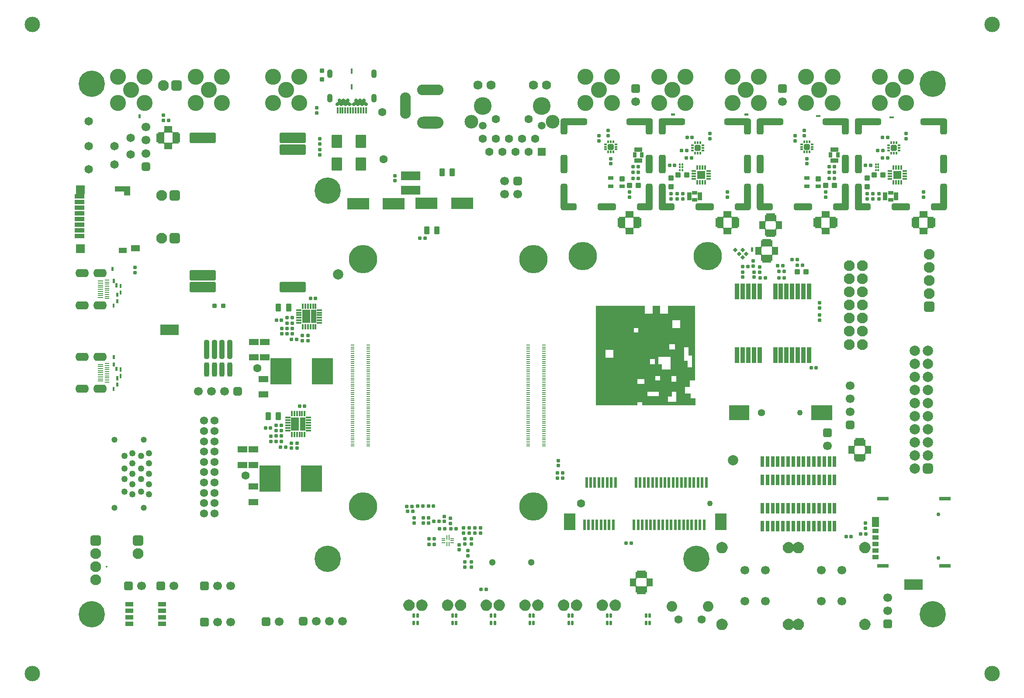
<source format=gts>
G04*
G04 #@! TF.GenerationSoftware,Altium Limited,Altium Designer,19.1.6 (110)*
G04*
G04 Layer_Color=8388736*
%FSLAX44Y44*%
%MOMM*%
G71*
G01*
G75*
%ADD23R,0.6000X2.0000*%
%ADD24R,2.3000X3.2000*%
%ADD50C,1.6000*%
%ADD64R,0.7000X0.2000*%
G04:AMPARAMS|DCode=109|XSize=0.6mm|YSize=0.7mm|CornerRadius=0.1mm|HoleSize=0mm|Usage=FLASHONLY|Rotation=0.000|XOffset=0mm|YOffset=0mm|HoleType=Round|Shape=RoundedRectangle|*
%AMROUNDEDRECTD109*
21,1,0.6000,0.5000,0,0,0.0*
21,1,0.4000,0.7000,0,0,0.0*
1,1,0.2000,0.2000,-0.2500*
1,1,0.2000,-0.2000,-0.2500*
1,1,0.2000,-0.2000,0.2500*
1,1,0.2000,0.2000,0.2500*
%
%ADD109ROUNDEDRECTD109*%
G04:AMPARAMS|DCode=110|XSize=0.35mm|YSize=0.575mm|CornerRadius=0.1125mm|HoleSize=0mm|Usage=FLASHONLY|Rotation=270.000|XOffset=0mm|YOffset=0mm|HoleType=Round|Shape=RoundedRectangle|*
%AMROUNDEDRECTD110*
21,1,0.3500,0.3500,0,0,270.0*
21,1,0.1250,0.5750,0,0,270.0*
1,1,0.2250,-0.1750,-0.0625*
1,1,0.2250,-0.1750,0.0625*
1,1,0.2250,0.1750,0.0625*
1,1,0.2250,0.1750,-0.0625*
%
%ADD110ROUNDEDRECTD110*%
G04:AMPARAMS|DCode=111|XSize=0.35mm|YSize=0.575mm|CornerRadius=0.1125mm|HoleSize=0mm|Usage=FLASHONLY|Rotation=180.000|XOffset=0mm|YOffset=0mm|HoleType=Round|Shape=RoundedRectangle|*
%AMROUNDEDRECTD111*
21,1,0.3500,0.3500,0,0,180.0*
21,1,0.1250,0.5750,0,0,180.0*
1,1,0.2250,-0.0625,0.1750*
1,1,0.2250,0.0625,0.1750*
1,1,0.2250,0.0625,-0.1750*
1,1,0.2250,-0.0625,-0.1750*
%
%ADD111ROUNDEDRECTD111*%
G04:AMPARAMS|DCode=112|XSize=1.2mm|YSize=1.2mm|CornerRadius=0.325mm|HoleSize=0mm|Usage=FLASHONLY|Rotation=270.000|XOffset=0mm|YOffset=0mm|HoleType=Round|Shape=RoundedRectangle|*
%AMROUNDEDRECTD112*
21,1,1.2000,0.5500,0,0,270.0*
21,1,0.5500,1.2000,0,0,270.0*
1,1,0.6500,-0.2750,-0.2750*
1,1,0.6500,-0.2750,0.2750*
1,1,0.6500,0.2750,0.2750*
1,1,0.6500,0.2750,-0.2750*
%
%ADD112ROUNDEDRECTD112*%
G04:AMPARAMS|DCode=113|XSize=0.6mm|YSize=0.7mm|CornerRadius=0.1mm|HoleSize=0mm|Usage=FLASHONLY|Rotation=270.000|XOffset=0mm|YOffset=0mm|HoleType=Round|Shape=RoundedRectangle|*
%AMROUNDEDRECTD113*
21,1,0.6000,0.5000,0,0,270.0*
21,1,0.4000,0.7000,0,0,270.0*
1,1,0.2000,-0.2500,-0.2000*
1,1,0.2000,-0.2500,0.2000*
1,1,0.2000,0.2500,0.2000*
1,1,0.2000,0.2500,-0.2000*
%
%ADD113ROUNDEDRECTD113*%
%ADD114R,0.4100X0.4000*%
G04:AMPARAMS|DCode=115|XSize=1.2mm|YSize=1.2mm|CornerRadius=0.325mm|HoleSize=0mm|Usage=FLASHONLY|Rotation=0.000|XOffset=0mm|YOffset=0mm|HoleType=Round|Shape=RoundedRectangle|*
%AMROUNDEDRECTD115*
21,1,1.2000,0.5500,0,0,0.0*
21,1,0.5500,1.2000,0,0,0.0*
1,1,0.6500,0.2750,-0.2750*
1,1,0.6500,-0.2750,-0.2750*
1,1,0.6500,-0.2750,0.2750*
1,1,0.6500,0.2750,0.2750*
%
%ADD115ROUNDEDRECTD115*%
G04:AMPARAMS|DCode=116|XSize=0.7mm|YSize=0.7mm|CornerRadius=0.11mm|HoleSize=0mm|Usage=FLASHONLY|Rotation=90.000|XOffset=0mm|YOffset=0mm|HoleType=Round|Shape=RoundedRectangle|*
%AMROUNDEDRECTD116*
21,1,0.7000,0.4800,0,0,90.0*
21,1,0.4800,0.7000,0,0,90.0*
1,1,0.2200,0.2400,0.2400*
1,1,0.2200,0.2400,-0.2400*
1,1,0.2200,-0.2400,-0.2400*
1,1,0.2200,-0.2400,0.2400*
%
%ADD116ROUNDEDRECTD116*%
G04:AMPARAMS|DCode=117|XSize=0.45mm|YSize=0.325mm|CornerRadius=0.1063mm|HoleSize=0mm|Usage=FLASHONLY|Rotation=90.000|XOffset=0mm|YOffset=0mm|HoleType=Round|Shape=RoundedRectangle|*
%AMROUNDEDRECTD117*
21,1,0.4500,0.1125,0,0,90.0*
21,1,0.2375,0.3250,0,0,90.0*
1,1,0.2125,0.0563,0.1188*
1,1,0.2125,0.0563,-0.1188*
1,1,0.2125,-0.0563,-0.1188*
1,1,0.2125,-0.0563,0.1188*
%
%ADD117ROUNDEDRECTD117*%
%ADD118R,0.4000X0.4100*%
%ADD119R,0.9100X0.2900*%
%ADD120R,1.0600X0.2900*%
%ADD121R,1.1000X1.6500*%
%ADD122R,1.7000X1.3000*%
%ADD123R,1.3000X1.3000*%
%ADD124R,2.2500X1.3000*%
G04:AMPARAMS|DCode=125|XSize=0.7mm|YSize=0.7mm|CornerRadius=0.11mm|HoleSize=0mm|Usage=FLASHONLY|Rotation=315.000|XOffset=0mm|YOffset=0mm|HoleType=Round|Shape=RoundedRectangle|*
%AMROUNDEDRECTD125*
21,1,0.7000,0.4800,0,0,315.0*
21,1,0.4800,0.7000,0,0,315.0*
1,1,0.2200,0.0000,-0.3394*
1,1,0.2200,-0.3394,0.0000*
1,1,0.2200,0.0000,0.3394*
1,1,0.2200,0.3394,0.0000*
%
%ADD125ROUNDEDRECTD125*%
G04:AMPARAMS|DCode=126|XSize=0.7mm|YSize=0.7mm|CornerRadius=0.11mm|HoleSize=0mm|Usage=FLASHONLY|Rotation=45.000|XOffset=0mm|YOffset=0mm|HoleType=Round|Shape=RoundedRectangle|*
%AMROUNDEDRECTD126*
21,1,0.7000,0.4800,0,0,45.0*
21,1,0.4800,0.7000,0,0,45.0*
1,1,0.2200,0.3394,0.0000*
1,1,0.2200,0.0000,-0.3394*
1,1,0.2200,-0.3394,0.0000*
1,1,0.2200,0.0000,0.3394*
%
%ADD126ROUNDEDRECTD126*%
G04:AMPARAMS|DCode=127|XSize=0.7mm|YSize=0.7mm|CornerRadius=0.11mm|HoleSize=0mm|Usage=FLASHONLY|Rotation=180.000|XOffset=0mm|YOffset=0mm|HoleType=Round|Shape=RoundedRectangle|*
%AMROUNDEDRECTD127*
21,1,0.7000,0.4800,0,0,180.0*
21,1,0.4800,0.7000,0,0,180.0*
1,1,0.2200,-0.2400,0.2400*
1,1,0.2200,0.2400,0.2400*
1,1,0.2200,0.2400,-0.2400*
1,1,0.2200,-0.2400,-0.2400*
%
%ADD127ROUNDEDRECTD127*%
G04:AMPARAMS|DCode=128|XSize=5.1mm|YSize=2mm|CornerRadius=0.24mm|HoleSize=0mm|Usage=FLASHONLY|Rotation=180.000|XOffset=0mm|YOffset=0mm|HoleType=Round|Shape=RoundedRectangle|*
%AMROUNDEDRECTD128*
21,1,5.1000,1.5200,0,0,180.0*
21,1,4.6200,2.0000,0,0,180.0*
1,1,0.4800,-2.3100,0.7600*
1,1,0.4800,2.3100,0.7600*
1,1,0.4800,2.3100,-0.7600*
1,1,0.4800,-2.3100,-0.7600*
%
%ADD128ROUNDEDRECTD128*%
%ADD129R,0.9000X3.1000*%
%ADD130R,3.9000X2.9000*%
%ADD131R,4.1000X2.9000*%
G04:AMPARAMS|DCode=132|XSize=0.8mm|YSize=0.5mm|CornerRadius=0.1mm|HoleSize=0mm|Usage=FLASHONLY|Rotation=90.000|XOffset=0mm|YOffset=0mm|HoleType=Round|Shape=RoundedRectangle|*
%AMROUNDEDRECTD132*
21,1,0.8000,0.3000,0,0,90.0*
21,1,0.6000,0.5000,0,0,90.0*
1,1,0.2000,0.1500,0.3000*
1,1,0.2000,0.1500,-0.3000*
1,1,0.2000,-0.1500,-0.3000*
1,1,0.2000,-0.1500,0.3000*
%
%ADD132ROUNDEDRECTD132*%
G04:AMPARAMS|DCode=133|XSize=1.1mm|YSize=1mm|CornerRadius=0.1625mm|HoleSize=0mm|Usage=FLASHONLY|Rotation=270.000|XOffset=0mm|YOffset=0mm|HoleType=Round|Shape=RoundedRectangle|*
%AMROUNDEDRECTD133*
21,1,1.1000,0.6750,0,0,270.0*
21,1,0.7750,1.0000,0,0,270.0*
1,1,0.3250,-0.3375,-0.3875*
1,1,0.3250,-0.3375,0.3875*
1,1,0.3250,0.3375,0.3875*
1,1,0.3250,0.3375,-0.3875*
%
%ADD133ROUNDEDRECTD133*%
%ADD134C,1.7000*%
%ADD135R,0.7000X2.1000*%
%ADD136R,0.8000X0.2800*%
%ADD137R,0.2800X0.8900*%
%ADD138R,0.2800X0.9900*%
%ADD139R,1.5000X0.9000*%
G04:AMPARAMS|DCode=140|XSize=1.1mm|YSize=1mm|CornerRadius=0.1625mm|HoleSize=0mm|Usage=FLASHONLY|Rotation=180.000|XOffset=0mm|YOffset=0mm|HoleType=Round|Shape=RoundedRectangle|*
%AMROUNDEDRECTD140*
21,1,1.1000,0.6750,0,0,180.0*
21,1,0.7750,1.0000,0,0,180.0*
1,1,0.3250,-0.3875,0.3375*
1,1,0.3250,0.3875,0.3375*
1,1,0.3250,0.3875,-0.3375*
1,1,0.3250,-0.3875,-0.3375*
%
%ADD140ROUNDEDRECTD140*%
G04:AMPARAMS|DCode=141|XSize=1.6mm|YSize=1.6mm|CornerRadius=0.125mm|HoleSize=0mm|Usage=FLASHONLY|Rotation=180.000|XOffset=0mm|YOffset=0mm|HoleType=Round|Shape=RoundedRectangle|*
%AMROUNDEDRECTD141*
21,1,1.6000,1.3500,0,0,180.0*
21,1,1.3500,1.6000,0,0,180.0*
1,1,0.2500,-0.6750,0.6750*
1,1,0.2500,0.6750,0.6750*
1,1,0.2500,0.6750,-0.6750*
1,1,0.2500,-0.6750,-0.6750*
%
%ADD141ROUNDEDRECTD141*%
G04:AMPARAMS|DCode=142|XSize=0.4mm|YSize=0.9mm|CornerRadius=0.125mm|HoleSize=0mm|Usage=FLASHONLY|Rotation=180.000|XOffset=0mm|YOffset=0mm|HoleType=Round|Shape=RoundedRectangle|*
%AMROUNDEDRECTD142*
21,1,0.4000,0.6500,0,0,180.0*
21,1,0.1500,0.9000,0,0,180.0*
1,1,0.2500,-0.0750,0.3250*
1,1,0.2500,0.0750,0.3250*
1,1,0.2500,0.0750,-0.3250*
1,1,0.2500,-0.0750,-0.3250*
%
%ADD142ROUNDEDRECTD142*%
G04:AMPARAMS|DCode=143|XSize=0.4mm|YSize=0.9mm|CornerRadius=0.125mm|HoleSize=0mm|Usage=FLASHONLY|Rotation=270.000|XOffset=0mm|YOffset=0mm|HoleType=Round|Shape=RoundedRectangle|*
%AMROUNDEDRECTD143*
21,1,0.4000,0.6500,0,0,270.0*
21,1,0.1500,0.9000,0,0,270.0*
1,1,0.2500,-0.3250,-0.0750*
1,1,0.2500,-0.3250,0.0750*
1,1,0.2500,0.3250,0.0750*
1,1,0.2500,0.3250,-0.0750*
%
%ADD143ROUNDEDRECTD143*%
%ADD144R,0.8500X1.6000*%
%ADD145R,1.0000X0.7000*%
%ADD146R,1.6000X0.8500*%
%ADD147R,0.7000X1.0000*%
G04:AMPARAMS|DCode=148|XSize=1.5mm|YSize=1.1mm|CornerRadius=0.175mm|HoleSize=0mm|Usage=FLASHONLY|Rotation=270.000|XOffset=0mm|YOffset=0mm|HoleType=Round|Shape=RoundedRectangle|*
%AMROUNDEDRECTD148*
21,1,1.5000,0.7500,0,0,270.0*
21,1,1.1500,1.1000,0,0,270.0*
1,1,0.3500,-0.3750,-0.5750*
1,1,0.3500,-0.3750,0.5750*
1,1,0.3500,0.3750,0.5750*
1,1,0.3500,0.3750,-0.5750*
%
%ADD148ROUNDEDRECTD148*%
%ADD149R,4.2500X2.2500*%
%ADD150C,3.0000*%
%ADD151R,1.7019X1.2013*%
%ADD152R,1.2000X1.7000*%
%ADD153R,1.6006X1.0004*%
%ADD154R,1.7011X1.0006*%
%ADD155R,1.7018X1.7018*%
%ADD156R,1.7009X1.7009*%
%ADD157R,1.9526X0.9011*%
%ADD158R,1.9518X0.9007*%
%ADD159R,1.9504X0.9002*%
%ADD160R,1.9525X0.9010*%
%ADD161R,1.9522X0.9009*%
%ADD162R,1.9516X0.9006*%
%ADD163R,1.9530X0.9012*%
%ADD164R,1.9504X0.9002*%
%ADD165R,2.2000X0.8000*%
%ADD166R,1.3400X1.0000*%
%ADD167R,1.2400X0.9000*%
G04:AMPARAMS|DCode=168|XSize=0.95mm|YSize=3.65mm|CornerRadius=0.2625mm|HoleSize=0mm|Usage=FLASHONLY|Rotation=0.000|XOffset=0mm|YOffset=0mm|HoleType=Round|Shape=RoundedRectangle|*
%AMROUNDEDRECTD168*
21,1,0.9500,3.1250,0,0,0.0*
21,1,0.4250,3.6500,0,0,0.0*
1,1,0.5250,0.2125,-1.5625*
1,1,0.5250,-0.2125,-1.5625*
1,1,0.5250,-0.2125,1.5625*
1,1,0.5250,0.2125,1.5625*
%
%ADD168ROUNDEDRECTD168*%
G04:AMPARAMS|DCode=169|XSize=0.95mm|YSize=2.75mm|CornerRadius=0.2625mm|HoleSize=0mm|Usage=FLASHONLY|Rotation=0.000|XOffset=0mm|YOffset=0mm|HoleType=Round|Shape=RoundedRectangle|*
%AMROUNDEDRECTD169*
21,1,0.9500,2.2250,0,0,0.0*
21,1,0.4250,2.7500,0,0,0.0*
1,1,0.5250,0.2125,-1.1125*
1,1,0.5250,-0.2125,-1.1125*
1,1,0.5250,-0.2125,1.1125*
1,1,0.5250,0.2125,1.1125*
%
%ADD169ROUNDEDRECTD169*%
%ADD170R,3.8000X1.7000*%
%ADD171R,0.3000X1.1000*%
%ADD172R,0.4000X1.3000*%
G04:AMPARAMS|DCode=173|XSize=1.9mm|YSize=1.25mm|CornerRadius=0.1938mm|HoleSize=0mm|Usage=FLASHONLY|Rotation=180.000|XOffset=0mm|YOffset=0mm|HoleType=Round|Shape=RoundedRectangle|*
%AMROUNDEDRECTD173*
21,1,1.9000,0.8625,0,0,180.0*
21,1,1.5125,1.2500,0,0,180.0*
1,1,0.3875,-0.7563,0.4313*
1,1,0.3875,0.7563,0.4313*
1,1,0.3875,0.7563,-0.4313*
1,1,0.3875,-0.7563,-0.4313*
%
%ADD173ROUNDEDRECTD173*%
%ADD174R,1.0000X2.6500*%
%ADD175R,1.5000X2.6500*%
G04:AMPARAMS|DCode=176|XSize=0.35mm|YSize=1.1mm|CornerRadius=0.1125mm|HoleSize=0mm|Usage=FLASHONLY|Rotation=90.000|XOffset=0mm|YOffset=0mm|HoleType=Round|Shape=RoundedRectangle|*
%AMROUNDEDRECTD176*
21,1,0.3500,0.8750,0,0,90.0*
21,1,0.1250,1.1000,0,0,90.0*
1,1,0.2250,0.4375,0.0625*
1,1,0.2250,0.4375,-0.0625*
1,1,0.2250,-0.4375,-0.0625*
1,1,0.2250,-0.4375,0.0625*
%
%ADD176ROUNDEDRECTD176*%
G04:AMPARAMS|DCode=177|XSize=0.35mm|YSize=1.1mm|CornerRadius=0.1125mm|HoleSize=0mm|Usage=FLASHONLY|Rotation=180.000|XOffset=0mm|YOffset=0mm|HoleType=Round|Shape=RoundedRectangle|*
%AMROUNDEDRECTD177*
21,1,0.3500,0.8750,0,0,180.0*
21,1,0.1250,1.1000,0,0,180.0*
1,1,0.2250,-0.0625,0.4375*
1,1,0.2250,0.0625,0.4375*
1,1,0.2250,0.0625,-0.4375*
1,1,0.2250,-0.0625,-0.4375*
%
%ADD177ROUNDEDRECTD177*%
G04:AMPARAMS|DCode=178|XSize=1.05mm|YSize=0.75mm|CornerRadius=0.2125mm|HoleSize=0mm|Usage=FLASHONLY|Rotation=180.000|XOffset=0mm|YOffset=0mm|HoleType=Round|Shape=RoundedRectangle|*
%AMROUNDEDRECTD178*
21,1,1.0500,0.3250,0,0,180.0*
21,1,0.6250,0.7500,0,0,180.0*
1,1,0.4250,-0.3125,0.1625*
1,1,0.4250,0.3125,0.1625*
1,1,0.4250,0.3125,-0.1625*
1,1,0.4250,-0.3125,-0.1625*
%
%ADD178ROUNDEDRECTD178*%
G04:AMPARAMS|DCode=179|XSize=1.05mm|YSize=1.1mm|CornerRadius=0.2875mm|HoleSize=0mm|Usage=FLASHONLY|Rotation=180.000|XOffset=0mm|YOffset=0mm|HoleType=Round|Shape=RoundedRectangle|*
%AMROUNDEDRECTD179*
21,1,1.0500,0.5250,0,0,180.0*
21,1,0.4750,1.1000,0,0,180.0*
1,1,0.5750,-0.2375,0.2625*
1,1,0.5750,0.2375,0.2625*
1,1,0.5750,0.2375,-0.2625*
1,1,0.5750,-0.2375,-0.2625*
%
%ADD179ROUNDEDRECTD179*%
%ADD180R,1.6500X1.1000*%
%ADD181R,1.3000X1.7000*%
%ADD182R,1.3000X1.3000*%
%ADD183R,1.3000X2.2500*%
%ADD184R,4.1000X5.1000*%
G04:AMPARAMS|DCode=185|XSize=0.9mm|YSize=0.9mm|CornerRadius=0.15mm|HoleSize=0mm|Usage=FLASHONLY|Rotation=90.000|XOffset=0mm|YOffset=0mm|HoleType=Round|Shape=RoundedRectangle|*
%AMROUNDEDRECTD185*
21,1,0.9000,0.6000,0,0,90.0*
21,1,0.6000,0.9000,0,0,90.0*
1,1,0.3000,0.3000,0.3000*
1,1,0.3000,0.3000,-0.3000*
1,1,0.3000,-0.3000,-0.3000*
1,1,0.3000,-0.3000,0.3000*
%
%ADD185ROUNDEDRECTD185*%
G04:AMPARAMS|DCode=186|XSize=3.1mm|YSize=1.3mm|CornerRadius=0.35mm|HoleSize=0mm|Usage=FLASHONLY|Rotation=90.000|XOffset=0mm|YOffset=0mm|HoleType=Round|Shape=RoundedRectangle|*
%AMROUNDEDRECTD186*
21,1,3.1000,0.6000,0,0,90.0*
21,1,2.4000,1.3000,0,0,90.0*
1,1,0.7000,0.3000,1.2000*
1,1,0.7000,0.3000,-1.2000*
1,1,0.7000,-0.3000,-1.2000*
1,1,0.7000,-0.3000,1.2000*
%
%ADD186ROUNDEDRECTD186*%
G04:AMPARAMS|DCode=187|XSize=3.6mm|YSize=1.3mm|CornerRadius=0.35mm|HoleSize=0mm|Usage=FLASHONLY|Rotation=90.000|XOffset=0mm|YOffset=0mm|HoleType=Round|Shape=RoundedRectangle|*
%AMROUNDEDRECTD187*
21,1,3.6000,0.6000,0,0,90.0*
21,1,2.9000,1.3000,0,0,90.0*
1,1,0.7000,0.3000,1.4500*
1,1,0.7000,0.3000,-1.4500*
1,1,0.7000,-0.3000,-1.4500*
1,1,0.7000,-0.3000,1.4500*
%
%ADD187ROUNDEDRECTD187*%
G04:AMPARAMS|DCode=188|XSize=3.6mm|YSize=1.3mm|CornerRadius=0.35mm|HoleSize=0mm|Usage=FLASHONLY|Rotation=0.000|XOffset=0mm|YOffset=0mm|HoleType=Round|Shape=RoundedRectangle|*
%AMROUNDEDRECTD188*
21,1,3.6000,0.6000,0,0,0.0*
21,1,2.9000,1.3000,0,0,0.0*
1,1,0.7000,1.4500,-0.3000*
1,1,0.7000,-1.4500,-0.3000*
1,1,0.7000,-1.4500,0.3000*
1,1,0.7000,1.4500,0.3000*
%
%ADD188ROUNDEDRECTD188*%
G04:AMPARAMS|DCode=189|XSize=3.1mm|YSize=1.3mm|CornerRadius=0.35mm|HoleSize=0mm|Usage=FLASHONLY|Rotation=0.000|XOffset=0mm|YOffset=0mm|HoleType=Round|Shape=RoundedRectangle|*
%AMROUNDEDRECTD189*
21,1,3.1000,0.6000,0,0,0.0*
21,1,2.4000,1.3000,0,0,0.0*
1,1,0.7000,1.2000,-0.3000*
1,1,0.7000,-1.2000,-0.3000*
1,1,0.7000,-1.2000,0.3000*
1,1,0.7000,1.2000,0.3000*
%
%ADD189ROUNDEDRECTD189*%
G04:AMPARAMS|DCode=190|XSize=5.1mm|YSize=1.3mm|CornerRadius=0.35mm|HoleSize=0mm|Usage=FLASHONLY|Rotation=270.000|XOffset=0mm|YOffset=0mm|HoleType=Round|Shape=RoundedRectangle|*
%AMROUNDEDRECTD190*
21,1,5.1000,0.6000,0,0,270.0*
21,1,4.4000,1.3000,0,0,270.0*
1,1,0.7000,-0.3000,-2.2000*
1,1,0.7000,-0.3000,2.2000*
1,1,0.7000,0.3000,2.2000*
1,1,0.7000,0.3000,-2.2000*
%
%ADD190ROUNDEDRECTD190*%
G04:AMPARAMS|DCode=191|XSize=5.1mm|YSize=1.3mm|CornerRadius=0.35mm|HoleSize=0mm|Usage=FLASHONLY|Rotation=0.000|XOffset=0mm|YOffset=0mm|HoleType=Round|Shape=RoundedRectangle|*
%AMROUNDEDRECTD191*
21,1,5.1000,0.6000,0,0,0.0*
21,1,4.4000,1.3000,0,0,0.0*
1,1,0.7000,2.2000,-0.3000*
1,1,0.7000,-2.2000,-0.3000*
1,1,0.7000,-2.2000,0.3000*
1,1,0.7000,2.2000,0.3000*
%
%ADD191ROUNDEDRECTD191*%
G04:AMPARAMS|DCode=192|XSize=2.6mm|YSize=2.1mm|CornerRadius=0.3mm|HoleSize=0mm|Usage=FLASHONLY|Rotation=90.000|XOffset=0mm|YOffset=0mm|HoleType=Round|Shape=RoundedRectangle|*
%AMROUNDEDRECTD192*
21,1,2.6000,1.5000,0,0,90.0*
21,1,2.0000,2.1000,0,0,90.0*
1,1,0.6000,0.7500,1.0000*
1,1,0.6000,0.7500,-1.0000*
1,1,0.6000,-0.7500,-1.0000*
1,1,0.6000,-0.7500,1.0000*
%
%ADD192ROUNDEDRECTD192*%
%ADD193C,2.0000*%
%ADD194R,3.6000X2.0000*%
G04:AMPARAMS|DCode=195|XSize=0.9mm|YSize=0.9mm|CornerRadius=0.15mm|HoleSize=0mm|Usage=FLASHONLY|Rotation=180.000|XOffset=0mm|YOffset=0mm|HoleType=Round|Shape=RoundedRectangle|*
%AMROUNDEDRECTD195*
21,1,0.9000,0.6000,0,0,180.0*
21,1,0.6000,0.9000,0,0,180.0*
1,1,0.3000,-0.3000,0.3000*
1,1,0.3000,0.3000,0.3000*
1,1,0.3000,0.3000,-0.3000*
1,1,0.3000,-0.3000,-0.3000*
%
%ADD195ROUNDEDRECTD195*%
%ADD196C,1.1000*%
%ADD197C,5.5000*%
%ADD198C,3.1000*%
%ADD199C,1.2500*%
%ADD200C,1.5780*%
%ADD201O,2.6500X1.6000*%
G04:AMPARAMS|DCode=202|XSize=1.624mm|YSize=1.624mm|CornerRadius=0.2405mm|HoleSize=0mm|Usage=FLASHONLY|Rotation=0.000|XOffset=0mm|YOffset=0mm|HoleType=Round|Shape=RoundedRectangle|*
%AMROUNDEDRECTD202*
21,1,1.6240,1.1430,0,0,0.0*
21,1,1.1430,1.6240,0,0,0.0*
1,1,0.4810,0.5715,-0.5715*
1,1,0.4810,-0.5715,-0.5715*
1,1,0.4810,-0.5715,0.5715*
1,1,0.4810,0.5715,0.5715*
%
%ADD202ROUNDEDRECTD202*%
%ADD203C,1.4000*%
G04:AMPARAMS|DCode=204|XSize=1.7mm|YSize=1.7mm|CornerRadius=0.45mm|HoleSize=0mm|Usage=FLASHONLY|Rotation=0.000|XOffset=0mm|YOffset=0mm|HoleType=Round|Shape=RoundedRectangle|*
%AMROUNDEDRECTD204*
21,1,1.7000,0.8000,0,0,0.0*
21,1,0.8000,1.7000,0,0,0.0*
1,1,0.9000,0.4000,-0.4000*
1,1,0.9000,-0.4000,-0.4000*
1,1,0.9000,-0.4000,0.4000*
1,1,0.9000,0.4000,0.4000*
%
%ADD204ROUNDEDRECTD204*%
%ADD205C,1.1886*%
%ADD206C,2.1000*%
%ADD207C,1.7800*%
%ADD208C,1.6080*%
%ADD209C,1.5080*%
%ADD210R,1.6080X1.6080*%
%ADD211C,2.6500*%
%ADD212C,3.4500*%
%ADD213C,1.6500*%
%ADD214O,2.1000X5.1000*%
%ADD215O,5.1000X2.3000*%
%ADD216O,5.1000X2.1000*%
%ADD217C,0.7500*%
%ADD218C,1.3000*%
%ADD219C,5.1000*%
%ADD220O,1.1000X1.7000*%
%ADD221C,0.7300*%
%ADD222C,2.0500*%
G04:AMPARAMS|DCode=223|XSize=2.1mm|YSize=2.1mm|CornerRadius=0.55mm|HoleSize=0mm|Usage=FLASHONLY|Rotation=90.000|XOffset=0mm|YOffset=0mm|HoleType=Round|Shape=RoundedRectangle|*
%AMROUNDEDRECTD223*
21,1,2.1000,1.0000,0,0,90.0*
21,1,1.0000,2.1000,0,0,90.0*
1,1,1.1000,0.5000,0.5000*
1,1,1.1000,0.5000,-0.5000*
1,1,1.1000,-0.5000,-0.5000*
1,1,1.1000,-0.5000,0.5000*
%
%ADD223ROUNDEDRECTD223*%
%ADD224C,0.3500*%
G04:AMPARAMS|DCode=225|XSize=2mm|YSize=2mm|CornerRadius=0.525mm|HoleSize=0mm|Usage=FLASHONLY|Rotation=90.000|XOffset=0mm|YOffset=0mm|HoleType=Round|Shape=RoundedRectangle|*
%AMROUNDEDRECTD225*
21,1,2.0000,0.9500,0,0,90.0*
21,1,0.9500,2.0000,0,0,90.0*
1,1,1.0500,0.4750,0.4750*
1,1,1.0500,0.4750,-0.4750*
1,1,1.0500,-0.4750,-0.4750*
1,1,1.0500,-0.4750,0.4750*
%
%ADD225ROUNDEDRECTD225*%
G04:AMPARAMS|DCode=226|XSize=2.1mm|YSize=2.1mm|CornerRadius=0.55mm|HoleSize=0mm|Usage=FLASHONLY|Rotation=180.000|XOffset=0mm|YOffset=0mm|HoleType=Round|Shape=RoundedRectangle|*
%AMROUNDEDRECTD226*
21,1,2.1000,1.0000,0,0,180.0*
21,1,1.0000,2.1000,0,0,180.0*
1,1,1.1000,-0.5000,0.5000*
1,1,1.1000,0.5000,0.5000*
1,1,1.1000,0.5000,-0.5000*
1,1,1.1000,-0.5000,-0.5000*
%
%ADD226ROUNDEDRECTD226*%
%ADD227C,1.0000*%
G04:AMPARAMS|DCode=228|XSize=1.624mm|YSize=1.624mm|CornerRadius=0.2405mm|HoleSize=0mm|Usage=FLASHONLY|Rotation=90.000|XOffset=0mm|YOffset=0mm|HoleType=Round|Shape=RoundedRectangle|*
%AMROUNDEDRECTD228*
21,1,1.6240,1.1430,0,0,90.0*
21,1,1.1430,1.6240,0,0,90.0*
1,1,0.4810,0.5715,0.5715*
1,1,0.4810,0.5715,-0.5715*
1,1,0.4810,-0.5715,-0.5715*
1,1,0.4810,-0.5715,0.5715*
%
%ADD228ROUNDEDRECTD228*%
G04:AMPARAMS|DCode=229|XSize=1.7mm|YSize=1.7mm|CornerRadius=0.45mm|HoleSize=0mm|Usage=FLASHONLY|Rotation=90.000|XOffset=0mm|YOffset=0mm|HoleType=Round|Shape=RoundedRectangle|*
%AMROUNDEDRECTD229*
21,1,1.7000,0.8000,0,0,90.0*
21,1,0.8000,1.7000,0,0,90.0*
1,1,0.9000,0.4000,0.4000*
1,1,0.9000,0.4000,-0.4000*
1,1,0.9000,-0.4000,-0.4000*
1,1,0.9000,-0.4000,0.4000*
%
%ADD229ROUNDEDRECTD229*%
G36*
X568000Y1028250D02*
Y1026200D01*
X565550Y1023750D01*
X544950D01*
X543250Y1025450D01*
Y1024250D01*
X535250D01*
Y1025450D01*
X533550Y1023750D01*
X512950D01*
X510500Y1026200D01*
Y1028250D01*
X516000Y1033750D01*
X530500D01*
X536000Y1028250D01*
Y1026250D01*
X542500D01*
Y1028250D01*
X548000Y1033750D01*
X562500D01*
X568000Y1028250D01*
D02*
G37*
G36*
X1308250Y1003250D02*
X1300250D01*
Y1007250D01*
X1308250Y1007250D01*
Y1003250D01*
D02*
G37*
G36*
X1165750D02*
X1157750D01*
Y1007250D01*
X1165750D01*
Y1003250D01*
D02*
G37*
G36*
X1447250Y1000250D02*
X1439250D01*
Y1004250D01*
X1447250D01*
Y1000250D01*
D02*
G37*
G36*
X1589750Y997750D02*
X1581750D01*
Y1001750D01*
X1589750D01*
Y997750D01*
D02*
G37*
G36*
X130250D02*
X126250D01*
Y1005750D01*
X130250D01*
Y997750D01*
D02*
G37*
G36*
X192000Y969750D02*
X189500D01*
Y972250D01*
X192000D01*
Y969750D01*
D02*
G37*
G36*
X178000D02*
X175500D01*
Y972250D01*
X178000D01*
Y969750D01*
D02*
G37*
G36*
X192000Y948250D02*
X189500D01*
Y950750D01*
X192000D01*
Y948250D01*
D02*
G37*
G36*
X178000Y948250D02*
X175500D01*
Y950750D01*
X178000D01*
Y948250D01*
D02*
G37*
G36*
X110180Y848500D02*
X97930D01*
Y855750D01*
X97430D01*
Y865750D01*
X110180D01*
X110180Y848500D01*
D02*
G37*
G36*
X1655650Y804750D02*
X1653150D01*
Y807250D01*
X1655650D01*
Y804750D01*
D02*
G37*
G36*
X1641650D02*
X1639150D01*
Y807250D01*
X1641650D01*
Y804750D01*
D02*
G37*
G36*
X1465650D02*
X1463150D01*
Y807250D01*
X1465650D01*
Y804750D01*
D02*
G37*
G36*
X1451650D02*
X1449150D01*
Y807250D01*
X1451650D01*
Y804750D01*
D02*
G37*
G36*
X1275650D02*
X1273150D01*
Y807250D01*
X1275650D01*
Y804750D01*
D02*
G37*
G36*
X1261650D02*
X1259150D01*
Y807250D01*
X1261650D01*
Y804750D01*
D02*
G37*
G36*
X1085650D02*
X1083150D01*
Y807250D01*
X1085650D01*
Y804750D01*
D02*
G37*
G36*
X1071650D02*
X1069150D01*
Y807250D01*
X1071650D01*
Y804750D01*
D02*
G37*
G36*
X1363250Y796000D02*
X1360750D01*
Y798500D01*
X1363250D01*
Y796000D01*
D02*
G37*
G36*
X1341750D02*
X1339250D01*
Y798500D01*
X1341750D01*
Y796000D01*
D02*
G37*
G36*
X1655650Y783250D02*
X1653150D01*
Y785750D01*
X1655650D01*
Y783250D01*
D02*
G37*
G36*
X1465650D02*
X1463150D01*
Y785750D01*
X1465650D01*
Y783250D01*
D02*
G37*
G36*
X1275650D02*
X1273150D01*
Y785750D01*
X1275650D01*
Y783250D01*
D02*
G37*
G36*
X1085650D02*
X1083150D01*
Y785750D01*
X1085650D01*
Y783250D01*
D02*
G37*
G36*
X1641650Y783250D02*
X1639150D01*
Y785750D01*
X1641650D01*
Y783250D01*
D02*
G37*
G36*
X1451650D02*
X1449150D01*
Y785750D01*
X1451650D01*
Y783250D01*
D02*
G37*
G36*
X1261650D02*
X1259150D01*
Y785750D01*
X1261650D01*
Y783250D01*
D02*
G37*
G36*
X1071650D02*
X1069150D01*
Y785750D01*
X1071650D01*
Y783250D01*
D02*
G37*
G36*
X1363250Y782000D02*
X1360750D01*
Y784500D01*
X1363250D01*
Y782000D01*
D02*
G37*
G36*
X1341750D02*
X1339250D01*
Y784500D01*
X1341750D01*
Y782000D01*
D02*
G37*
G36*
X1355750Y746500D02*
X1353250D01*
Y749000D01*
X1355750D01*
Y746500D01*
D02*
G37*
G36*
X1334250D02*
X1331750D01*
Y749000D01*
X1334250D01*
Y746500D01*
D02*
G37*
G36*
X1317000Y739000D02*
X1313000D01*
Y747000D01*
X1317000D01*
Y739000D01*
D02*
G37*
G36*
X1355750Y732500D02*
X1353250D01*
Y735000D01*
X1355750D01*
Y732500D01*
D02*
G37*
G36*
X1334250D02*
X1331750D01*
Y735000D01*
X1334250D01*
Y732500D01*
D02*
G37*
G36*
X77750Y701500D02*
X73750D01*
Y709500D01*
X77750D01*
Y701500D01*
D02*
G37*
G36*
X80000Y678250D02*
X76000D01*
Y686250D01*
X80000D01*
Y678250D01*
D02*
G37*
G36*
X85250Y669733D02*
X81250D01*
Y677733D01*
X85250D01*
Y669733D01*
D02*
G37*
G36*
X93233Y668233D02*
X89233D01*
Y676233D01*
X93233D01*
Y668233D01*
D02*
G37*
G36*
X93250Y655733D02*
X89250D01*
Y663733D01*
X93250D01*
Y655733D01*
D02*
G37*
G36*
X86750Y651500D02*
X82750D01*
Y659500D01*
X86750D01*
Y651500D01*
D02*
G37*
G36*
X86767Y639000D02*
X82767D01*
Y647000D01*
X86767D01*
Y639000D01*
D02*
G37*
G36*
X79750Y630500D02*
X75750D01*
Y638500D01*
X79750D01*
Y630500D01*
D02*
G37*
G36*
X1204250Y553750D02*
Y514500D01*
Y489500D01*
X1194750D01*
Y476250D01*
X1184750D01*
Y467500D01*
Y464000D01*
X1196250D01*
Y454000D01*
X1205250D01*
Y447750D01*
Y441250D01*
X1102500D01*
Y446750D01*
X1092750D01*
Y441250D01*
X1012250D01*
Y548500D01*
Y633750D01*
X1107000D01*
Y619000D01*
X1122500D01*
Y633750D01*
X1136500D01*
Y619000D01*
X1151750D01*
Y633750D01*
X1204250D01*
Y553750D01*
D02*
G37*
G36*
X80000Y530500D02*
X76000D01*
Y538500D01*
X80000D01*
Y530500D01*
D02*
G37*
G36*
X79983Y516233D02*
X75983D01*
Y524233D01*
X79983D01*
Y516233D01*
D02*
G37*
G36*
X85250Y507733D02*
X81250D01*
Y515733D01*
X85250D01*
Y507733D01*
D02*
G37*
G36*
X93233Y506233D02*
X89233D01*
Y514233D01*
X93233D01*
Y506233D01*
D02*
G37*
G36*
X93250Y493733D02*
X89250D01*
Y501733D01*
X93250D01*
Y493733D01*
D02*
G37*
G36*
X86750Y489500D02*
X82750D01*
Y497500D01*
X86750D01*
Y489500D01*
D02*
G37*
G36*
X86767Y477000D02*
X82767D01*
Y485000D01*
X86767D01*
Y477000D01*
D02*
G37*
G36*
X79750Y468500D02*
X75750D01*
Y476500D01*
X79750D01*
Y468500D01*
D02*
G37*
G36*
X1536000Y360000D02*
X1533500D01*
Y362500D01*
X1536000D01*
Y360000D01*
D02*
G37*
G36*
X1514500D02*
X1512000D01*
Y362500D01*
X1514500D01*
Y360000D01*
D02*
G37*
G36*
X1536000Y346000D02*
X1533500D01*
Y348500D01*
X1536000D01*
Y346000D01*
D02*
G37*
G36*
X1514500D02*
X1512000D01*
Y348500D01*
X1514500D01*
Y346000D01*
D02*
G37*
G36*
X1407958Y175327D02*
X1409960Y174498D01*
X1411762Y173294D01*
X1413294Y171762D01*
X1414498Y169960D01*
X1415327Y167958D01*
X1415750Y165833D01*
Y164750D01*
Y163666D01*
X1415327Y161541D01*
X1414498Y159539D01*
X1413294Y157738D01*
X1411762Y156206D01*
X1409960Y155002D01*
X1407958Y154172D01*
X1405833Y153750D01*
X1404750D01*
Y164750D01*
X1404750Y153750D01*
X1404750Y153750D01*
X1403666D01*
X1401541Y154172D01*
X1399539Y155002D01*
X1397738Y156206D01*
X1396206Y157738D01*
X1395250Y159168D01*
X1394294Y157738D01*
X1392762Y156206D01*
X1390960Y155002D01*
X1388958Y154172D01*
X1386833Y153750D01*
X1384666D01*
X1382541Y154172D01*
X1380539Y155002D01*
X1378738Y156206D01*
X1377206Y157738D01*
X1376002Y159539D01*
X1375172Y161541D01*
X1374750Y163666D01*
Y164750D01*
Y165833D01*
X1375172Y167958D01*
X1376002Y169960D01*
X1377206Y171762D01*
X1378738Y173294D01*
X1380539Y174498D01*
X1382541Y175327D01*
X1384666Y175750D01*
X1386833D01*
X1388958Y175327D01*
X1390960Y174498D01*
X1392762Y173294D01*
X1394294Y171762D01*
X1395250Y170331D01*
X1396206Y171762D01*
X1397738Y173294D01*
X1399539Y174498D01*
X1401541Y175327D01*
X1403666Y175750D01*
X1405833D01*
X1407958Y175327D01*
D02*
G37*
G36*
X1536958D02*
X1538960Y174498D01*
X1540762Y173294D01*
X1542294Y171762D01*
X1543498Y169960D01*
X1544327Y167958D01*
X1544750Y165833D01*
Y164750D01*
Y163666D01*
X1544327Y161541D01*
X1543498Y159539D01*
X1542294Y157738D01*
X1540762Y156206D01*
X1538960Y155002D01*
X1536958Y154172D01*
X1534833Y153750D01*
X1532666D01*
X1530541Y154172D01*
X1528539Y155002D01*
X1526738Y156206D01*
X1525206Y157738D01*
X1524002Y159539D01*
X1523172Y161541D01*
X1522750Y163666D01*
Y164750D01*
Y165833D01*
X1523172Y167958D01*
X1524002Y169960D01*
X1525206Y171762D01*
X1526738Y173294D01*
X1528539Y174498D01*
X1530541Y175327D01*
X1532666Y175750D01*
X1534833D01*
X1536958Y175327D01*
D02*
G37*
G36*
X1259958D02*
X1261960Y174498D01*
X1263762Y173294D01*
X1265294Y171762D01*
X1266498Y169960D01*
X1267327Y167958D01*
X1267750Y165833D01*
Y164750D01*
Y163666D01*
X1267327Y161541D01*
X1266498Y159539D01*
X1265294Y157738D01*
X1263762Y156206D01*
X1261960Y155002D01*
X1259958Y154172D01*
X1257833Y153750D01*
X1256750D01*
Y164750D01*
X1256750Y153750D01*
X1256750Y153750D01*
X1255666D01*
X1253541Y154172D01*
X1251539Y155002D01*
X1249738Y156206D01*
X1248206Y157738D01*
X1247002Y159539D01*
X1246172Y161541D01*
X1245750Y163666D01*
Y164750D01*
Y165833D01*
X1246172Y167958D01*
X1247002Y169960D01*
X1248206Y171762D01*
X1249738Y173294D01*
X1251539Y174498D01*
X1253541Y175327D01*
X1255666Y175750D01*
X1257833D01*
X1259958Y175327D01*
D02*
G37*
G36*
X1112750Y103000D02*
X1110250D01*
Y105500D01*
X1112750D01*
Y103000D01*
D02*
G37*
G36*
X1091250D02*
X1088750D01*
Y105500D01*
X1091250D01*
Y103000D01*
D02*
G37*
G36*
X1112750Y89000D02*
X1110250D01*
Y91500D01*
X1112750D01*
Y89000D01*
D02*
G37*
G36*
X1091250D02*
X1088750D01*
Y91500D01*
X1091250D01*
Y89000D01*
D02*
G37*
G36*
X953314Y63602D02*
X955315Y62773D01*
X957117Y61569D01*
X958649Y60037D01*
X959853Y58236D01*
X960682Y56234D01*
X961105Y54108D01*
X961105Y53025D01*
X961105Y51942D01*
X960682Y49816D01*
X959853Y47814D01*
X958649Y46013D01*
X957117Y44481D01*
X955315Y43277D01*
X953314Y42448D01*
X951188Y42025D01*
X950105Y42025D01*
Y53025D01*
X950105Y42025D01*
X950105D01*
X949022Y42025D01*
X946896Y42448D01*
X944894Y43277D01*
X943093Y44481D01*
X941561Y46013D01*
X940357Y47814D01*
X939528Y49816D01*
X939105Y51942D01*
Y53025D01*
X939105Y54108D01*
X939528Y56234D01*
X940357Y58236D01*
X941561Y60037D01*
X943093Y61569D01*
X944894Y62773D01*
X946896Y63602D01*
X949022Y64025D01*
X950105Y64025D01*
X951188Y64025D01*
X953314Y63602D01*
D02*
G37*
G36*
X878314D02*
X880315Y62773D01*
X882117Y61569D01*
X883649Y60037D01*
X884853Y58236D01*
X885682Y56234D01*
X886105Y54108D01*
X886105Y53025D01*
X886105Y51942D01*
X885682Y49816D01*
X884853Y47814D01*
X883649Y46013D01*
X882117Y44481D01*
X880315Y43277D01*
X878314Y42448D01*
X876188Y42025D01*
X875105Y42025D01*
Y53025D01*
X875105Y42025D01*
X875105D01*
X874022Y42025D01*
X871896Y42448D01*
X869894Y43277D01*
X868093Y44481D01*
X866561Y46013D01*
X865357Y47814D01*
X864528Y49816D01*
X864105Y51942D01*
Y53025D01*
X864105Y54108D01*
X864528Y56234D01*
X865357Y58236D01*
X866561Y60037D01*
X868093Y61569D01*
X869894Y62773D01*
X871896Y63602D01*
X874022Y64025D01*
X875105Y64025D01*
X876188Y64025D01*
X878314Y63602D01*
D02*
G37*
G36*
X803314D02*
X805315Y62773D01*
X807117Y61569D01*
X808649Y60037D01*
X809853Y58236D01*
X810682Y56234D01*
X811105Y54108D01*
X811105Y53025D01*
X811105Y51942D01*
X810682Y49816D01*
X809853Y47814D01*
X808649Y46013D01*
X807117Y44481D01*
X805315Y43277D01*
X803314Y42448D01*
X801188Y42025D01*
X800105Y42025D01*
Y53025D01*
X800105Y42025D01*
X800105D01*
X799022Y42025D01*
X796896Y42448D01*
X794894Y43277D01*
X793093Y44481D01*
X791561Y46013D01*
X790357Y47814D01*
X789528Y49816D01*
X789105Y51942D01*
Y53025D01*
X789105Y54108D01*
X789528Y56234D01*
X790357Y58236D01*
X791561Y60037D01*
X793093Y61569D01*
X794894Y62773D01*
X796896Y63602D01*
X799022Y64025D01*
X800105Y64025D01*
X801188Y64025D01*
X803314Y63602D01*
D02*
G37*
G36*
X728314D02*
X730315Y62773D01*
X732117Y61569D01*
X733649Y60037D01*
X734853Y58236D01*
X735682Y56234D01*
X736105Y54108D01*
X736105Y53025D01*
X736105Y51942D01*
X735682Y49816D01*
X734853Y47814D01*
X733649Y46013D01*
X732117Y44481D01*
X730315Y43277D01*
X728314Y42448D01*
X726188Y42025D01*
X725105Y42025D01*
Y53025D01*
X725105Y42025D01*
X725105D01*
X724022Y42025D01*
X721896Y42448D01*
X719894Y43277D01*
X718093Y44481D01*
X716561Y46013D01*
X715357Y47814D01*
X714528Y49816D01*
X714105Y51942D01*
Y53025D01*
X714105Y54108D01*
X714528Y56234D01*
X715357Y58236D01*
X716561Y60037D01*
X718093Y61569D01*
X719894Y62773D01*
X721896Y63602D01*
X724022Y64025D01*
X725105Y64025D01*
X726188Y64025D01*
X728314Y63602D01*
D02*
G37*
G36*
X653314D02*
X655315Y62773D01*
X657117Y61569D01*
X658649Y60037D01*
X659853Y58236D01*
X660682Y56234D01*
X661105Y54108D01*
X661105Y53025D01*
X661105Y51942D01*
X660682Y49816D01*
X659853Y47814D01*
X658649Y46013D01*
X657117Y44481D01*
X655315Y43277D01*
X653314Y42448D01*
X651188Y42025D01*
X650105Y42025D01*
Y53025D01*
X650105Y42025D01*
X650105D01*
X649022Y42025D01*
X646896Y42448D01*
X644894Y43277D01*
X643093Y44481D01*
X641561Y46013D01*
X640357Y47814D01*
X639528Y49816D01*
X639105Y51942D01*
Y53025D01*
X639105Y54108D01*
X639528Y56234D01*
X640357Y58236D01*
X641561Y60037D01*
X643093Y61569D01*
X644894Y62773D01*
X646896Y63602D01*
X649022Y64025D01*
X650105Y64025D01*
X651188Y64025D01*
X653314Y63602D01*
D02*
G37*
G36*
X1028314Y63577D02*
X1030315Y62748D01*
X1032117Y61544D01*
X1033649Y60012D01*
X1034853Y58211D01*
X1035682Y56209D01*
X1036105Y54083D01*
X1036105Y53000D01*
X1036105Y51917D01*
X1035682Y49791D01*
X1034853Y47790D01*
X1033649Y45988D01*
X1032117Y44456D01*
X1030315Y43252D01*
X1028314Y42423D01*
X1026188Y42000D01*
X1025105Y42000D01*
Y53000D01*
X1025105Y42000D01*
X1025105D01*
X1024022Y42000D01*
X1021896Y42423D01*
X1019894Y43252D01*
X1018093Y44456D01*
X1016561Y45988D01*
X1015357Y47790D01*
X1014528Y49791D01*
X1014105Y51917D01*
Y53000D01*
X1014105Y54083D01*
X1014528Y56209D01*
X1015357Y58211D01*
X1016561Y60012D01*
X1018093Y61544D01*
X1019894Y62748D01*
X1021896Y63577D01*
X1024022Y64000D01*
X1025105Y64000D01*
X1026188Y64000D01*
X1028314Y63577D01*
D02*
G37*
G36*
X978314Y63602D02*
X980315Y62773D01*
X982117Y61569D01*
X983649Y60037D01*
X984853Y58236D01*
X985682Y56234D01*
X986105Y54108D01*
Y53025D01*
Y51942D01*
X985682Y49816D01*
X984853Y47814D01*
X983649Y46013D01*
X982117Y44481D01*
X980315Y43277D01*
X978314Y42448D01*
X976188Y42025D01*
X975105D01*
Y53025D01*
X975105Y42025D01*
X975105Y42025D01*
X974022D01*
X971896Y42448D01*
X969894Y43277D01*
X968093Y44481D01*
X966561Y46013D01*
X965357Y47814D01*
X964528Y49816D01*
X964105Y51942D01*
Y53025D01*
Y54108D01*
X964528Y56234D01*
X965357Y58236D01*
X966561Y60037D01*
X968093Y61569D01*
X969894Y62773D01*
X971896Y63602D01*
X974022Y64025D01*
X976188D01*
X978314Y63602D01*
D02*
G37*
G36*
X903314D02*
X905315Y62773D01*
X907117Y61569D01*
X908649Y60037D01*
X909853Y58236D01*
X910682Y56234D01*
X911105Y54108D01*
Y53025D01*
Y51942D01*
X910682Y49816D01*
X909853Y47814D01*
X908649Y46013D01*
X907117Y44481D01*
X905315Y43277D01*
X903314Y42448D01*
X901188Y42025D01*
X900105D01*
Y53025D01*
X900105Y42025D01*
X900105Y42025D01*
X899022D01*
X896896Y42448D01*
X894894Y43277D01*
X893093Y44481D01*
X891561Y46013D01*
X890357Y47814D01*
X889528Y49816D01*
X889105Y51942D01*
Y53025D01*
Y54108D01*
X889528Y56234D01*
X890357Y58236D01*
X891561Y60037D01*
X893093Y61569D01*
X894894Y62773D01*
X896896Y63602D01*
X899022Y64025D01*
X901188D01*
X903314Y63602D01*
D02*
G37*
G36*
X828314D02*
X830315Y62773D01*
X832117Y61569D01*
X833649Y60037D01*
X834853Y58236D01*
X835682Y56234D01*
X836105Y54108D01*
Y53025D01*
Y51942D01*
X835682Y49816D01*
X834853Y47814D01*
X833649Y46013D01*
X832117Y44481D01*
X830315Y43277D01*
X828314Y42448D01*
X826188Y42025D01*
X825105D01*
Y53025D01*
X825105Y42025D01*
X825105Y42025D01*
X824022D01*
X821896Y42448D01*
X819894Y43277D01*
X818093Y44481D01*
X816561Y46013D01*
X815357Y47814D01*
X814528Y49816D01*
X814105Y51942D01*
Y53025D01*
Y54108D01*
X814528Y56234D01*
X815357Y58236D01*
X816561Y60037D01*
X818093Y61569D01*
X819894Y62773D01*
X821896Y63602D01*
X824022Y64025D01*
X826188D01*
X828314Y63602D01*
D02*
G37*
G36*
X753314D02*
X755315Y62773D01*
X757117Y61569D01*
X758649Y60037D01*
X759853Y58236D01*
X760682Y56234D01*
X761105Y54108D01*
Y53025D01*
Y51942D01*
X760682Y49816D01*
X759853Y47814D01*
X758649Y46013D01*
X757117Y44481D01*
X755315Y43277D01*
X753314Y42448D01*
X751188Y42025D01*
X750105D01*
Y53025D01*
X750105Y42025D01*
X750105Y42025D01*
X749022D01*
X746896Y42448D01*
X744894Y43277D01*
X743093Y44481D01*
X741561Y46013D01*
X740357Y47814D01*
X739528Y49816D01*
X739105Y51942D01*
Y53025D01*
Y54108D01*
X739528Y56234D01*
X740357Y58236D01*
X741561Y60037D01*
X743093Y61569D01*
X744894Y62773D01*
X746896Y63602D01*
X749022Y64025D01*
X751188D01*
X753314Y63602D01*
D02*
G37*
G36*
X678314D02*
X680315Y62773D01*
X682117Y61569D01*
X683649Y60037D01*
X684853Y58236D01*
X685682Y56234D01*
X686105Y54108D01*
Y53025D01*
Y51942D01*
X685682Y49816D01*
X684853Y47814D01*
X683649Y46013D01*
X682117Y44481D01*
X680315Y43277D01*
X678314Y42448D01*
X676188Y42025D01*
X675105D01*
Y53025D01*
X675105Y42025D01*
X675105Y42025D01*
X674022D01*
X671896Y42448D01*
X669894Y43277D01*
X668093Y44481D01*
X666561Y46013D01*
X665357Y47814D01*
X664528Y49816D01*
X664105Y51942D01*
Y53025D01*
Y54108D01*
X664528Y56234D01*
X665357Y58236D01*
X666561Y60037D01*
X668093Y61569D01*
X669894Y62773D01*
X671896Y63602D01*
X674022Y64025D01*
X676188D01*
X678314Y63602D01*
D02*
G37*
G36*
X1053314Y63577D02*
X1055315Y62748D01*
X1057117Y61544D01*
X1058649Y60012D01*
X1059853Y58211D01*
X1060682Y56209D01*
X1061105Y54083D01*
Y53000D01*
Y51917D01*
X1060682Y49791D01*
X1059853Y47790D01*
X1058649Y45988D01*
X1057117Y44456D01*
X1055315Y43252D01*
X1053314Y42423D01*
X1051188Y42000D01*
X1050105D01*
Y53000D01*
X1050105Y42000D01*
X1050105Y42000D01*
X1049022D01*
X1046896Y42423D01*
X1044894Y43252D01*
X1043093Y44456D01*
X1041561Y45988D01*
X1040357Y47790D01*
X1039528Y49791D01*
X1039105Y51917D01*
Y53000D01*
Y54083D01*
X1039528Y56209D01*
X1040357Y58211D01*
X1041561Y60012D01*
X1043093Y61544D01*
X1044894Y62748D01*
X1046896Y63577D01*
X1049022Y64000D01*
X1051188D01*
X1053314Y63577D01*
D02*
G37*
G36*
X1536958Y26327D02*
X1538960Y25498D01*
X1540762Y24294D01*
X1542294Y22762D01*
X1543498Y20960D01*
X1544327Y18958D01*
X1544750Y16833D01*
Y15750D01*
Y14666D01*
X1544327Y12541D01*
X1543498Y10539D01*
X1542294Y8738D01*
X1540762Y7206D01*
X1538960Y6002D01*
X1536958Y5173D01*
X1534833Y4750D01*
X1532666D01*
X1530541Y5173D01*
X1528539Y6002D01*
X1526738Y7206D01*
X1525206Y8738D01*
X1524002Y10539D01*
X1523172Y12541D01*
X1522750Y14666D01*
Y15750D01*
Y16833D01*
X1523172Y18958D01*
X1524002Y20960D01*
X1525206Y22762D01*
X1526738Y24294D01*
X1528539Y25498D01*
X1530541Y26327D01*
X1532666Y26750D01*
X1534833D01*
X1536958Y26327D01*
D02*
G37*
G36*
X1388958D02*
X1390960Y25498D01*
X1392762Y24294D01*
X1394294Y22762D01*
X1395250Y21332D01*
X1396205Y22762D01*
X1397738Y24294D01*
X1399539Y25498D01*
X1401541Y26327D01*
X1403666Y26750D01*
X1405833D01*
X1407958Y26327D01*
X1409960Y25498D01*
X1411762Y24294D01*
X1413294Y22762D01*
X1414498Y20960D01*
X1415327Y18958D01*
X1415750Y16833D01*
Y15750D01*
Y14666D01*
X1415327Y12541D01*
X1414498Y10539D01*
X1413294Y8738D01*
X1411762Y7206D01*
X1409960Y6002D01*
X1407958Y5173D01*
X1405833Y4750D01*
X1403666D01*
X1401541Y5173D01*
X1399539Y6002D01*
X1397738Y7206D01*
X1396205Y8738D01*
X1395250Y10168D01*
X1394294Y8738D01*
X1392762Y7206D01*
X1390960Y6002D01*
X1388958Y5173D01*
X1386833Y4750D01*
X1384666D01*
X1382541Y5173D01*
X1380539Y6002D01*
X1378738Y7206D01*
X1377206Y8738D01*
X1376002Y10539D01*
X1375172Y12541D01*
X1374750Y14666D01*
Y15750D01*
Y16833D01*
X1375172Y18958D01*
X1376002Y20960D01*
X1377206Y22762D01*
X1378738Y24294D01*
X1380539Y25498D01*
X1382541Y26327D01*
X1384666Y26750D01*
X1386833D01*
X1388958Y26327D01*
D02*
G37*
G36*
X1259958Y26327D02*
X1261960Y25498D01*
X1263762Y24294D01*
X1265294Y22762D01*
X1266498Y20960D01*
X1267327Y18958D01*
X1267750Y16833D01*
Y15750D01*
Y14666D01*
X1267327Y12541D01*
X1266498Y10539D01*
X1265294Y8738D01*
X1263762Y7206D01*
X1261960Y6002D01*
X1259958Y5173D01*
X1257833Y4750D01*
X1255666D01*
X1253541Y5173D01*
X1251539Y6002D01*
X1249738Y7206D01*
X1248205Y8738D01*
X1247002Y10539D01*
X1246172Y12541D01*
X1245750Y14666D01*
Y15750D01*
Y16833D01*
X1246172Y18958D01*
X1247002Y20960D01*
X1248205Y22762D01*
X1249738Y24294D01*
X1251539Y25498D01*
X1253541Y26327D01*
X1255666Y26750D01*
X1257833D01*
X1259958Y26327D01*
D02*
G37*
%LPC*%
G36*
X1175500Y605750D02*
X1160750D01*
Y590500D01*
X1175500D01*
Y605750D01*
D02*
G37*
G36*
X1094250Y591125D02*
X1086500D01*
Y582500D01*
X1094250D01*
Y591125D01*
D02*
G37*
G36*
X1165500Y559000D02*
X1155000D01*
Y549250D01*
X1165500D01*
Y559000D01*
D02*
G37*
G36*
X1046000Y548500D02*
X1031000D01*
Y532750D01*
X1046000D01*
Y548500D01*
D02*
G37*
G36*
X1126750Y530500D02*
X1117750D01*
Y520750D01*
X1126750D01*
Y530500D01*
D02*
G37*
G36*
X1192000Y553750D02*
X1183250D01*
Y527250D01*
X1190500D01*
Y514500D01*
X1198750D01*
Y537750D01*
X1192000D01*
Y553750D01*
D02*
G37*
G36*
X1157000Y535000D02*
X1133750D01*
Y520750D01*
X1140250D01*
Y510500D01*
X1157000D01*
Y535000D01*
D02*
G37*
G36*
X1137000Y498000D02*
X1128000D01*
Y488750D01*
X1137000D01*
Y498000D01*
D02*
G37*
G36*
X1168000D02*
X1159000D01*
Y486750D01*
X1168000D01*
Y498000D01*
D02*
G37*
G36*
X1106500Y491250D02*
X1092750D01*
Y482500D01*
X1106500D01*
Y491250D01*
D02*
G37*
G36*
X1134750Y467500D02*
X1112500D01*
Y458250D01*
X1134750D01*
Y467500D01*
D02*
G37*
G36*
X1168000D02*
X1159500D01*
Y457500D01*
X1151750D01*
Y447750D01*
X1168000D01*
Y467500D01*
D02*
G37*
G36*
X1396750Y15750D02*
Y15750D01*
X1404750D01*
X1396750Y15750D01*
D02*
G37*
G36*
X1245750D02*
X1245750Y15750D01*
X1256750D01*
X1245750Y15750D01*
D02*
G37*
%LPD*%
D23*
X990250Y209000D02*
D03*
X998250D02*
D03*
X1006250D02*
D03*
X1014250D02*
D03*
X1022250D02*
D03*
X1030250D02*
D03*
X1038250D02*
D03*
X1046250D02*
D03*
X994250Y291000D02*
D03*
X1002250D02*
D03*
X1010250D02*
D03*
X1018250D02*
D03*
X1026250D02*
D03*
X1034250D02*
D03*
X1042250D02*
D03*
X1050250D02*
D03*
X1086250Y209000D02*
D03*
X1094250D02*
D03*
X1102250D02*
D03*
X1110250D02*
D03*
X1118250D02*
D03*
X1126250D02*
D03*
X1134250D02*
D03*
X1142250D02*
D03*
X1150250D02*
D03*
X1158250D02*
D03*
X1166250D02*
D03*
X1174250D02*
D03*
X1182250D02*
D03*
X1190250D02*
D03*
X1198250D02*
D03*
X1206250D02*
D03*
X1214250D02*
D03*
X1222250D02*
D03*
X1090250Y291000D02*
D03*
X1098250D02*
D03*
X1106250D02*
D03*
X1114250D02*
D03*
X1122250D02*
D03*
X1130250D02*
D03*
X1138250D02*
D03*
X1146250D02*
D03*
X1154250D02*
D03*
X1162250D02*
D03*
X1170250D02*
D03*
X1178250D02*
D03*
X1186250D02*
D03*
X1194250D02*
D03*
X1202250D02*
D03*
X1210250D02*
D03*
X1218250D02*
D03*
X1226250D02*
D03*
D24*
X961750Y215000D02*
D03*
X1254750D02*
D03*
D50*
X356250Y513000D02*
D03*
X333750Y304250D02*
D03*
X598250Y1009750D02*
D03*
X601250Y918500D02*
D03*
X983250Y250000D02*
D03*
X1385750Y164750D02*
D03*
X1172500Y25300D02*
D03*
X1217500D02*
D03*
D64*
X880850Y557750D02*
D03*
Y553750D02*
D03*
Y549750D02*
D03*
Y545750D02*
D03*
Y541750D02*
D03*
Y537750D02*
D03*
Y533750D02*
D03*
Y529750D02*
D03*
Y525750D02*
D03*
Y521750D02*
D03*
Y517750D02*
D03*
Y513750D02*
D03*
Y509750D02*
D03*
Y505750D02*
D03*
Y501750D02*
D03*
Y497750D02*
D03*
Y493750D02*
D03*
Y489750D02*
D03*
Y485750D02*
D03*
Y481750D02*
D03*
Y477750D02*
D03*
Y473750D02*
D03*
Y469750D02*
D03*
Y465750D02*
D03*
Y461750D02*
D03*
Y457750D02*
D03*
Y453750D02*
D03*
Y449750D02*
D03*
Y445750D02*
D03*
Y441750D02*
D03*
Y437750D02*
D03*
Y433750D02*
D03*
Y429750D02*
D03*
Y425750D02*
D03*
Y421750D02*
D03*
Y417750D02*
D03*
Y413750D02*
D03*
Y409750D02*
D03*
Y405750D02*
D03*
Y401750D02*
D03*
Y397750D02*
D03*
Y393750D02*
D03*
Y389750D02*
D03*
Y385750D02*
D03*
Y381750D02*
D03*
Y377750D02*
D03*
Y373750D02*
D03*
Y369750D02*
D03*
Y365750D02*
D03*
Y361750D02*
D03*
X911650Y557750D02*
D03*
Y553750D02*
D03*
Y549750D02*
D03*
Y545750D02*
D03*
Y541750D02*
D03*
Y537750D02*
D03*
Y533750D02*
D03*
Y529750D02*
D03*
Y525750D02*
D03*
Y521750D02*
D03*
Y517750D02*
D03*
Y513750D02*
D03*
Y509750D02*
D03*
Y505750D02*
D03*
Y501750D02*
D03*
Y497750D02*
D03*
Y493750D02*
D03*
Y489750D02*
D03*
Y485750D02*
D03*
Y481750D02*
D03*
Y477750D02*
D03*
Y473750D02*
D03*
Y469750D02*
D03*
Y465750D02*
D03*
Y461750D02*
D03*
Y457750D02*
D03*
Y453750D02*
D03*
Y449750D02*
D03*
Y445750D02*
D03*
Y441750D02*
D03*
Y437750D02*
D03*
Y433750D02*
D03*
Y429750D02*
D03*
Y425750D02*
D03*
Y421750D02*
D03*
Y417750D02*
D03*
Y413750D02*
D03*
Y409750D02*
D03*
Y405750D02*
D03*
Y401750D02*
D03*
Y397750D02*
D03*
Y393750D02*
D03*
Y389750D02*
D03*
Y385750D02*
D03*
Y381750D02*
D03*
Y377750D02*
D03*
Y373750D02*
D03*
Y369750D02*
D03*
Y365750D02*
D03*
Y361750D02*
D03*
X540850Y557750D02*
D03*
Y553750D02*
D03*
Y549750D02*
D03*
Y545750D02*
D03*
Y541750D02*
D03*
Y537750D02*
D03*
Y533750D02*
D03*
Y529750D02*
D03*
Y525750D02*
D03*
Y521750D02*
D03*
Y517750D02*
D03*
Y513750D02*
D03*
Y509750D02*
D03*
Y505750D02*
D03*
Y501750D02*
D03*
Y497750D02*
D03*
Y493750D02*
D03*
Y489750D02*
D03*
Y485750D02*
D03*
Y481750D02*
D03*
Y477750D02*
D03*
Y473750D02*
D03*
Y469750D02*
D03*
Y465750D02*
D03*
Y461750D02*
D03*
Y457750D02*
D03*
Y453750D02*
D03*
Y449750D02*
D03*
Y445750D02*
D03*
Y441750D02*
D03*
Y437750D02*
D03*
Y433750D02*
D03*
Y429750D02*
D03*
Y425750D02*
D03*
Y421750D02*
D03*
Y417750D02*
D03*
Y413750D02*
D03*
Y409750D02*
D03*
Y405750D02*
D03*
Y401750D02*
D03*
Y397750D02*
D03*
Y393750D02*
D03*
Y389750D02*
D03*
Y385750D02*
D03*
Y381750D02*
D03*
Y377750D02*
D03*
Y373750D02*
D03*
Y369750D02*
D03*
Y365750D02*
D03*
Y361750D02*
D03*
X571650Y557750D02*
D03*
Y553750D02*
D03*
Y549750D02*
D03*
Y545750D02*
D03*
Y541750D02*
D03*
Y537750D02*
D03*
Y533750D02*
D03*
Y529750D02*
D03*
Y525750D02*
D03*
Y521750D02*
D03*
Y517750D02*
D03*
Y513750D02*
D03*
Y509750D02*
D03*
Y505750D02*
D03*
Y501750D02*
D03*
Y497750D02*
D03*
Y493750D02*
D03*
Y489750D02*
D03*
Y485750D02*
D03*
Y481750D02*
D03*
Y477750D02*
D03*
Y473750D02*
D03*
Y469750D02*
D03*
Y465750D02*
D03*
Y461750D02*
D03*
Y457750D02*
D03*
Y453750D02*
D03*
Y449750D02*
D03*
Y445750D02*
D03*
Y441750D02*
D03*
Y437750D02*
D03*
Y433750D02*
D03*
Y429750D02*
D03*
Y425750D02*
D03*
Y421750D02*
D03*
Y417750D02*
D03*
Y413750D02*
D03*
Y409750D02*
D03*
Y405750D02*
D03*
Y401750D02*
D03*
Y397750D02*
D03*
Y393750D02*
D03*
Y389750D02*
D03*
Y385750D02*
D03*
Y381750D02*
D03*
Y377750D02*
D03*
Y373750D02*
D03*
Y369750D02*
D03*
Y365750D02*
D03*
Y361750D02*
D03*
D109*
X1018250Y964000D02*
D03*
Y954000D02*
D03*
X1416400Y963850D02*
D03*
Y973850D02*
D03*
X119500Y698500D02*
D03*
Y708500D02*
D03*
X1317500Y720750D02*
D03*
Y710750D02*
D03*
X1297000Y699500D02*
D03*
Y689500D02*
D03*
X623250Y876500D02*
D03*
Y886500D02*
D03*
X730750Y221500D02*
D03*
Y211500D02*
D03*
X688000Y222250D02*
D03*
Y212250D02*
D03*
X678000D02*
D03*
Y222250D02*
D03*
X719000Y215250D02*
D03*
Y225250D02*
D03*
X747750Y160250D02*
D03*
Y170250D02*
D03*
X1560750Y841375D02*
D03*
Y851375D02*
D03*
X1549500Y851375D02*
D03*
Y841375D02*
D03*
X1538250D02*
D03*
Y851375D02*
D03*
X1535250Y212000D02*
D03*
Y202000D02*
D03*
X1647400Y854750D02*
D03*
Y844750D02*
D03*
X1613750Y968250D02*
D03*
Y958250D02*
D03*
X1457400Y854750D02*
D03*
Y844750D02*
D03*
X1421400Y919500D02*
D03*
Y909500D02*
D03*
X1398250Y964000D02*
D03*
Y954000D02*
D03*
X1036400Y973850D02*
D03*
Y963850D02*
D03*
X1041400Y919500D02*
D03*
Y909500D02*
D03*
X1077400Y854750D02*
D03*
Y844750D02*
D03*
X1233750Y968250D02*
D03*
Y958250D02*
D03*
X1267400Y854750D02*
D03*
Y844750D02*
D03*
X1180750Y841375D02*
D03*
Y851375D02*
D03*
X1158250Y841375D02*
D03*
Y851375D02*
D03*
X1169500D02*
D03*
Y841375D02*
D03*
X403855Y579750D02*
D03*
Y589750D02*
D03*
X454250Y576250D02*
D03*
Y566250D02*
D03*
X433000Y367500D02*
D03*
Y357500D02*
D03*
X382605Y371000D02*
D03*
Y381000D02*
D03*
D110*
X1411400Y937433D02*
D03*
Y942433D02*
D03*
Y947433D02*
D03*
X1431400D02*
D03*
Y942433D02*
D03*
Y937433D02*
D03*
X1051400Y937433D02*
D03*
Y942433D02*
D03*
Y947433D02*
D03*
X1031400D02*
D03*
Y942433D02*
D03*
Y937433D02*
D03*
X1599750Y935500D02*
D03*
Y940500D02*
D03*
Y945500D02*
D03*
X1579750D02*
D03*
Y940500D02*
D03*
Y935500D02*
D03*
X1219750D02*
D03*
Y940500D02*
D03*
Y945500D02*
D03*
X1199750D02*
D03*
Y940500D02*
D03*
Y935500D02*
D03*
D111*
X1416400Y952433D02*
D03*
X1421400D02*
D03*
X1426400D02*
D03*
Y932433D02*
D03*
X1421400D02*
D03*
X1416400D02*
D03*
X1036400Y932433D02*
D03*
X1041400D02*
D03*
X1046400D02*
D03*
Y952433D02*
D03*
X1041400D02*
D03*
X1036400D02*
D03*
X1594750Y950500D02*
D03*
X1589750D02*
D03*
X1584750D02*
D03*
Y930500D02*
D03*
X1589750D02*
D03*
X1594750D02*
D03*
X1214750Y950500D02*
D03*
X1209750D02*
D03*
X1204750D02*
D03*
Y930500D02*
D03*
X1209750D02*
D03*
X1214750D02*
D03*
D112*
X1421400Y942433D02*
D03*
X1041400Y942433D02*
D03*
D113*
X1178334Y935500D02*
D03*
X1188334Y935500D02*
D03*
X1412750Y712750D02*
D03*
X1402750D02*
D03*
X1439500Y513750D02*
D03*
X1429500D02*
D03*
X1367500Y688000D02*
D03*
X1377500D02*
D03*
X938000Y299750D02*
D03*
X948000D02*
D03*
X938000Y309750D02*
D03*
X948000D02*
D03*
X645750Y244750D02*
D03*
X655750D02*
D03*
X647750Y234750D02*
D03*
X657750D02*
D03*
X698500Y215500D02*
D03*
X708500D02*
D03*
X1084400Y881375D02*
D03*
X1094400D02*
D03*
X1084400Y903875D02*
D03*
X1094400D02*
D03*
Y892625D02*
D03*
X1084400D02*
D03*
X1578000Y920500D02*
D03*
X1568000D02*
D03*
X1464400Y903875D02*
D03*
X1474400D02*
D03*
Y892625D02*
D03*
X1464400Y892625D02*
D03*
X1464400Y881375D02*
D03*
X1474400D02*
D03*
X1497250Y186000D02*
D03*
X1507250D02*
D03*
X671250Y765250D02*
D03*
X681250D02*
D03*
X1568000Y960500D02*
D03*
X1578000D02*
D03*
X1568334Y935500D02*
D03*
X1558334D02*
D03*
X1189037Y960500D02*
D03*
X1199037D02*
D03*
X1198000Y920500D02*
D03*
X1188000D02*
D03*
X414250Y600250D02*
D03*
X424250D02*
D03*
X424250Y590250D02*
D03*
X414250D02*
D03*
X459250Y648250D02*
D03*
X469250D02*
D03*
X403000Y381500D02*
D03*
X393000D02*
D03*
X403000Y391750D02*
D03*
X393000D02*
D03*
X438000Y439500D02*
D03*
X448000Y439500D02*
D03*
D114*
X1164000Y1005250D02*
D03*
X1159500D02*
D03*
X1588000Y999750D02*
D03*
X1583500D02*
D03*
X1441000Y1002250D02*
D03*
X1445500D02*
D03*
X1306500Y1005250D02*
D03*
X1302000Y1005250D02*
D03*
D115*
X1589750Y940500D02*
D03*
X1209750D02*
D03*
D116*
X1545250Y906500D02*
D03*
X1535250D02*
D03*
X1165250D02*
D03*
X1155250D02*
D03*
X1071250Y173500D02*
D03*
X1081250D02*
D03*
X1297000Y710500D02*
D03*
X1307000D02*
D03*
X1340750Y688000D02*
D03*
X1330750D02*
D03*
X1377500Y700500D02*
D03*
X1367500D02*
D03*
X1402750Y723250D02*
D03*
X1392750D02*
D03*
X1365000Y711500D02*
D03*
X1375000D02*
D03*
X698750Y181500D02*
D03*
X688750D02*
D03*
X698771Y170625D02*
D03*
X688771D02*
D03*
X697750Y245000D02*
D03*
X687750D02*
D03*
X790000Y83500D02*
D03*
X800000D02*
D03*
X676750Y245000D02*
D03*
X666750D02*
D03*
X719500Y201063D02*
D03*
X709500D02*
D03*
X731750Y201000D02*
D03*
X741750D02*
D03*
X174000Y993500D02*
D03*
X184000D02*
D03*
X1535900Y191100D02*
D03*
X1525900Y191100D02*
D03*
X424250Y610750D02*
D03*
X414250D02*
D03*
X403250Y605750D02*
D03*
X393250Y605750D02*
D03*
X414250Y579750D02*
D03*
X424250D02*
D03*
X432091Y568341D02*
D03*
X422091D02*
D03*
X400909Y359478D02*
D03*
X410909D02*
D03*
X393000Y371000D02*
D03*
X403000D02*
D03*
X403000Y402000D02*
D03*
X393000Y402000D02*
D03*
X382000Y397000D02*
D03*
X372000D02*
D03*
D117*
X1179750Y902750D02*
D03*
X1175250D02*
D03*
X1175250Y897250D02*
D03*
Y908250D02*
D03*
X1179750D02*
D03*
Y897250D02*
D03*
X1559750Y902750D02*
D03*
X1555250D02*
D03*
Y897250D02*
D03*
Y908250D02*
D03*
X1559750D02*
D03*
Y897250D02*
D03*
D118*
X78000Y532250D02*
D03*
Y536750D02*
D03*
X91250Y499983D02*
D03*
Y495483D02*
D03*
X77750Y474750D02*
D03*
Y470250D02*
D03*
X77983Y517983D02*
D03*
Y522483D02*
D03*
X83250Y513983D02*
D03*
Y509483D02*
D03*
X91233Y507983D02*
D03*
Y512483D02*
D03*
X84750Y491250D02*
D03*
Y495750D02*
D03*
X84767Y483250D02*
D03*
Y478750D02*
D03*
X78000Y680000D02*
D03*
Y684500D02*
D03*
X77750Y636750D02*
D03*
Y632250D02*
D03*
X75750Y703250D02*
D03*
Y707750D02*
D03*
X83250Y675983D02*
D03*
Y671483D02*
D03*
X91233Y669983D02*
D03*
Y674483D02*
D03*
X91250Y661983D02*
D03*
Y657483D02*
D03*
X84767Y645250D02*
D03*
Y640750D02*
D03*
X84750Y653250D02*
D03*
Y657750D02*
D03*
X1315000Y740750D02*
D03*
Y745250D02*
D03*
X128250Y1004000D02*
D03*
Y999500D02*
D03*
D119*
X64751Y663983D02*
D03*
Y667983D02*
D03*
Y647983D02*
D03*
Y651983D02*
D03*
Y655983D02*
D03*
Y659983D02*
D03*
Y671983D02*
D03*
Y675983D02*
D03*
Y679983D02*
D03*
Y683983D02*
D03*
Y485983D02*
D03*
Y489983D02*
D03*
Y493983D02*
D03*
Y497983D02*
D03*
Y501983D02*
D03*
Y505983D02*
D03*
Y509983D02*
D03*
Y513983D02*
D03*
Y517983D02*
D03*
Y521983D02*
D03*
D120*
X52501Y649983D02*
D03*
X52501Y653983D02*
D03*
Y657983D02*
D03*
Y661983D02*
D03*
Y665983D02*
D03*
Y669983D02*
D03*
Y673983D02*
D03*
Y677983D02*
D03*
X52501Y681983D02*
D03*
Y487983D02*
D03*
X52501Y491983D02*
D03*
Y495983D02*
D03*
Y499983D02*
D03*
Y503983D02*
D03*
Y507983D02*
D03*
Y511983D02*
D03*
Y515983D02*
D03*
X52501Y519983D02*
D03*
D121*
X1334250Y790250D02*
D03*
X1368250D02*
D03*
X1360750Y740750D02*
D03*
X1326750Y740750D02*
D03*
X1083750Y97250D02*
D03*
X1117750D02*
D03*
X1541000Y354250D02*
D03*
X1507000D02*
D03*
D122*
X1351250Y773250D02*
D03*
Y807250D02*
D03*
X1343750Y757750D02*
D03*
X1343750Y723750D02*
D03*
X1100750Y80250D02*
D03*
Y114250D02*
D03*
X1524000Y371250D02*
D03*
Y337250D02*
D03*
D123*
X1367250Y790250D02*
D03*
X1335250D02*
D03*
X1327750Y740750D02*
D03*
X1359750D02*
D03*
X1116750Y97250D02*
D03*
X1084750D02*
D03*
X1508000Y354250D02*
D03*
X1540000D02*
D03*
D124*
X1351250Y804250D02*
D03*
Y776250D02*
D03*
X1343750Y726750D02*
D03*
X1343750Y754750D02*
D03*
X1100750Y111250D02*
D03*
Y83250D02*
D03*
X1524000Y340250D02*
D03*
Y368250D02*
D03*
D125*
X1304071Y734821D02*
D03*
X1297000Y727750D02*
D03*
X1289929Y734821D02*
D03*
X1297000Y741892D02*
D03*
D126*
X1289929Y734821D02*
D03*
X1297000Y727750D02*
D03*
X1289929Y734821D02*
D03*
X1282858Y741892D02*
D03*
D127*
X477250Y957750D02*
D03*
Y947750D02*
D03*
Y936750D02*
D03*
Y926750D02*
D03*
X1446000Y630000D02*
D03*
Y640000D02*
D03*
X1446250Y605750D02*
D03*
Y615750D02*
D03*
X1330000Y709500D02*
D03*
Y699500D02*
D03*
X1319000D02*
D03*
Y689500D02*
D03*
X940000Y333750D02*
D03*
Y323750D02*
D03*
X471250Y1008000D02*
D03*
Y1018000D02*
D03*
X660125Y212125D02*
D03*
Y222125D02*
D03*
X778250Y203062D02*
D03*
Y193062D02*
D03*
X789250D02*
D03*
Y203062D02*
D03*
X767250Y193062D02*
D03*
Y203062D02*
D03*
X758500Y136750D02*
D03*
Y126750D02*
D03*
X756250Y193062D02*
D03*
Y203062D02*
D03*
X770750Y126750D02*
D03*
Y136750D02*
D03*
X764500Y149000D02*
D03*
Y159000D02*
D03*
X758500Y172000D02*
D03*
Y182000D02*
D03*
X770750D02*
D03*
Y172000D02*
D03*
X174000Y1003500D02*
D03*
Y993500D02*
D03*
X443750Y566250D02*
D03*
Y576250D02*
D03*
X422500Y357500D02*
D03*
Y367500D02*
D03*
D128*
X424750Y669950D02*
D03*
X250750Y960050D02*
D03*
Y693350D02*
D03*
Y669950D02*
D03*
X424750Y960050D02*
D03*
Y936650D02*
D03*
D129*
X1371000Y662250D02*
D03*
X1382000D02*
D03*
X1426000Y538250D02*
D03*
X1415000D02*
D03*
X1404000D02*
D03*
X1393000D02*
D03*
X1382000D02*
D03*
X1371000D02*
D03*
X1360000D02*
D03*
X1330000Y538250D02*
D03*
X1426000Y662250D02*
D03*
X1415000D02*
D03*
X1404000D02*
D03*
X1393000D02*
D03*
X1360000D02*
D03*
X1330000D02*
D03*
X1319000Y662250D02*
D03*
X1308000Y662250D02*
D03*
X1297000D02*
D03*
X1286000D02*
D03*
Y538250D02*
D03*
X1297000D02*
D03*
X1308000D02*
D03*
X1319000D02*
D03*
D130*
X1290500Y426250D02*
D03*
D131*
X1450250Y426500D02*
D03*
D132*
X1109601Y18500D02*
D03*
Y32500D02*
D03*
X1116601Y32500D02*
D03*
X1116601Y18500D02*
D03*
X666601Y18525D02*
D03*
Y32525D02*
D03*
X659601Y32525D02*
D03*
Y18525D02*
D03*
X884601D02*
D03*
Y32525D02*
D03*
X891601Y32525D02*
D03*
Y18525D02*
D03*
X809601Y18525D02*
D03*
Y32525D02*
D03*
X816601Y32525D02*
D03*
Y18525D02*
D03*
X734601Y18525D02*
D03*
Y32525D02*
D03*
X741601Y32525D02*
D03*
Y18525D02*
D03*
X1034601Y18500D02*
D03*
Y32500D02*
D03*
X1041601Y32500D02*
D03*
Y18500D02*
D03*
X959601Y18500D02*
D03*
Y32500D02*
D03*
X966601Y32500D02*
D03*
Y18500D02*
D03*
D133*
X1419750Y699750D02*
D03*
X1402750D02*
D03*
X1077400Y867500D02*
D03*
X1094400Y867500D02*
D03*
X1551750Y888000D02*
D03*
X1568750D02*
D03*
X1474400Y867500D02*
D03*
X1457400D02*
D03*
X1171750Y888000D02*
D03*
X1188750D02*
D03*
D134*
X1301250Y60750D02*
D03*
Y120750D02*
D03*
X1341250D02*
D03*
Y60750D02*
D03*
X1489250D02*
D03*
Y120750D02*
D03*
X1449250D02*
D03*
Y60750D02*
D03*
X1374250Y1029750D02*
D03*
X1461000Y361800D02*
D03*
X1578000Y42250D02*
D03*
Y67650D02*
D03*
X470876Y21630D02*
D03*
X496304D02*
D03*
X521733D02*
D03*
X241857Y468000D02*
D03*
X267286D02*
D03*
X292714D02*
D03*
X860714Y850786D02*
D03*
X835286Y876214D02*
D03*
Y850786D02*
D03*
X131700Y90500D02*
D03*
X1089250Y1029750D02*
D03*
X278850Y90750D02*
D03*
X304250D02*
D03*
X194950Y90500D02*
D03*
X279590Y20380D02*
D03*
X304990D02*
D03*
X398700Y20500D02*
D03*
X1505500Y428286D02*
D03*
Y453714D02*
D03*
Y479143D02*
D03*
X140000Y929786D02*
D03*
Y955214D02*
D03*
Y980643D02*
D03*
D135*
X1475000Y296250D02*
D03*
X1465000D02*
D03*
X1455000D02*
D03*
X1445000D02*
D03*
X1435000Y296250D02*
D03*
X1425000Y296250D02*
D03*
X1415000D02*
D03*
X1405000D02*
D03*
X1395000Y296250D02*
D03*
X1385000Y296250D02*
D03*
X1375000D02*
D03*
X1365000D02*
D03*
X1355000D02*
D03*
X1345000D02*
D03*
X1335000D02*
D03*
Y331250D02*
D03*
X1345000Y331250D02*
D03*
X1355000Y331250D02*
D03*
X1365000D02*
D03*
X1375000Y331250D02*
D03*
X1385000D02*
D03*
X1395000D02*
D03*
X1405000D02*
D03*
X1415000D02*
D03*
X1425000D02*
D03*
X1435000D02*
D03*
X1445000D02*
D03*
X1455000D02*
D03*
X1465000Y331250D02*
D03*
X1475000D02*
D03*
Y241250D02*
D03*
X1465000D02*
D03*
X1455000D02*
D03*
X1445000Y241250D02*
D03*
X1435000D02*
D03*
X1425000Y241250D02*
D03*
X1415000D02*
D03*
X1405000D02*
D03*
X1395000Y241250D02*
D03*
X1385000D02*
D03*
X1375000Y241250D02*
D03*
X1365000D02*
D03*
X1355000D02*
D03*
X1345000Y241250D02*
D03*
X1335000Y241250D02*
D03*
Y206250D02*
D03*
X1345000Y206250D02*
D03*
X1355000Y206250D02*
D03*
X1365000D02*
D03*
X1375000Y206250D02*
D03*
X1385000D02*
D03*
X1395000D02*
D03*
X1405000D02*
D03*
X1415000D02*
D03*
X1425000D02*
D03*
X1435000D02*
D03*
X1445000D02*
D03*
X1455000D02*
D03*
X1465000Y206250D02*
D03*
X1475000D02*
D03*
D136*
X734250Y182000D02*
D03*
Y178000D02*
D03*
Y174000D02*
D03*
X717250D02*
D03*
Y178000D02*
D03*
Y182000D02*
D03*
D137*
X727750Y171500D02*
D03*
X723750D02*
D03*
Y184500D02*
D03*
D138*
X727750Y184000D02*
D03*
D139*
X171500Y54700D02*
D03*
X171500Y42000D02*
D03*
Y29300D02*
D03*
Y16600D02*
D03*
X108500D02*
D03*
X108500Y29300D02*
D03*
Y42000D02*
D03*
X108500Y54700D02*
D03*
D140*
X1538250Y881750D02*
D03*
Y864750D02*
D03*
X1158250Y881750D02*
D03*
Y864750D02*
D03*
D141*
X1216750Y887750D02*
D03*
X1596750D02*
D03*
D142*
X1224250Y873500D02*
D03*
X1219250D02*
D03*
X1214250D02*
D03*
X1209250D02*
D03*
Y902000D02*
D03*
X1214250D02*
D03*
X1219250D02*
D03*
X1224250D02*
D03*
X1604250Y873500D02*
D03*
X1599250D02*
D03*
X1594250D02*
D03*
X1589250D02*
D03*
Y902000D02*
D03*
X1594250D02*
D03*
X1599250D02*
D03*
X1604250D02*
D03*
D143*
X1202500Y880250D02*
D03*
Y885250D02*
D03*
Y890250D02*
D03*
Y895250D02*
D03*
X1231000D02*
D03*
Y890250D02*
D03*
Y885250D02*
D03*
Y880250D02*
D03*
X1582500Y880250D02*
D03*
Y885250D02*
D03*
Y890250D02*
D03*
Y895250D02*
D03*
X1611000D02*
D03*
Y890250D02*
D03*
Y885250D02*
D03*
Y880250D02*
D03*
D144*
X1594250Y846375D02*
D03*
X1573250D02*
D03*
X1193250D02*
D03*
X1214250D02*
D03*
D145*
X1583750Y853375D02*
D03*
Y839375D02*
D03*
X1203750D02*
D03*
Y853375D02*
D03*
D146*
X1474400Y937125D02*
D03*
Y916125D02*
D03*
X1094400D02*
D03*
Y937125D02*
D03*
D147*
X1467400Y926625D02*
D03*
X1481400D02*
D03*
X1101400D02*
D03*
X1087400D02*
D03*
D148*
X704500Y780000D02*
D03*
X684500D02*
D03*
X714000Y893000D02*
D03*
X734000D02*
D03*
X397125Y419905D02*
D03*
X377125D02*
D03*
X417250Y630500D02*
D03*
X397250D02*
D03*
D149*
X620500Y831750D02*
D03*
X551500D02*
D03*
X684000Y833000D02*
D03*
X753000D02*
D03*
D150*
X-80150Y-80000D02*
D03*
X-80150Y1180000D02*
D03*
X1780150Y1180000D02*
D03*
X1780150Y-80000D02*
D03*
D151*
X120055Y745250D02*
D03*
D152*
X104055Y857200D02*
D03*
D153*
X95555Y741250D02*
D03*
D154*
X89055Y860750D02*
D03*
D155*
X13055Y744500D02*
D03*
D156*
Y859000D02*
D03*
D157*
X11805Y846000D02*
D03*
D158*
Y835000D02*
D03*
D159*
Y824000D02*
D03*
D160*
Y813000D02*
D03*
D161*
Y802000D02*
D03*
D162*
Y791000D02*
D03*
D163*
X11805Y780000D02*
D03*
D164*
X11805Y769000D02*
D03*
D165*
X1688850Y259500D02*
D03*
Y129500D02*
D03*
X1568850Y259500D02*
D03*
Y129500D02*
D03*
D166*
X1554050Y219200D02*
D03*
Y209700D02*
D03*
D167*
X1554050Y197000D02*
D03*
X1554050Y184300D02*
D03*
Y171600D02*
D03*
Y158900D02*
D03*
Y146200D02*
D03*
D168*
X303000Y549250D02*
D03*
X288000D02*
D03*
X273000D02*
D03*
X258000Y549250D02*
D03*
D169*
X303000Y510250D02*
D03*
X288000D02*
D03*
X273000D02*
D03*
X258000Y510250D02*
D03*
D170*
X653250Y858250D02*
D03*
Y886250D02*
D03*
D171*
X539250Y1058750D02*
D03*
Y1089750D02*
D03*
D172*
X566750Y1012950D02*
D03*
X561750D02*
D03*
X556750D02*
D03*
X551750D02*
D03*
X546750D02*
D03*
X541750D02*
D03*
X536750D02*
D03*
X531750D02*
D03*
X526750D02*
D03*
X521750D02*
D03*
X516750D02*
D03*
X511750D02*
D03*
D173*
X368000Y491750D02*
D03*
Y461750D02*
D03*
X349750Y564000D02*
D03*
X349750Y534000D02*
D03*
X370500Y564000D02*
D03*
Y534000D02*
D03*
X348500Y253000D02*
D03*
X348500Y283000D02*
D03*
X327313Y355188D02*
D03*
Y325187D02*
D03*
X348500Y355250D02*
D03*
Y325250D02*
D03*
D174*
X465250Y613250D02*
D03*
X444000Y404500D02*
D03*
D175*
X450750Y613250D02*
D03*
X429500Y404500D02*
D03*
D176*
X436750Y600750D02*
D03*
Y605750D02*
D03*
Y610750D02*
D03*
Y615750D02*
D03*
Y620750D02*
D03*
Y625750D02*
D03*
X476750D02*
D03*
Y620750D02*
D03*
Y615750D02*
D03*
Y610750D02*
D03*
Y605750D02*
D03*
Y600750D02*
D03*
X415500Y392000D02*
D03*
Y397000D02*
D03*
Y402000D02*
D03*
Y407000D02*
D03*
Y412000D02*
D03*
Y417000D02*
D03*
X455500D02*
D03*
Y412000D02*
D03*
Y407000D02*
D03*
Y402000D02*
D03*
Y397000D02*
D03*
Y392000D02*
D03*
D177*
X444250Y633250D02*
D03*
X449250D02*
D03*
X454250D02*
D03*
X459250D02*
D03*
X464250D02*
D03*
X469250D02*
D03*
Y593250D02*
D03*
X464250D02*
D03*
X459250D02*
D03*
X454250D02*
D03*
X449250D02*
D03*
X444250D02*
D03*
X423000Y424500D02*
D03*
X428000D02*
D03*
X433000D02*
D03*
X438000D02*
D03*
X443000D02*
D03*
X448000D02*
D03*
Y384500D02*
D03*
X443000D02*
D03*
X438000D02*
D03*
X433000D02*
D03*
X428000D02*
D03*
X423000D02*
D03*
D178*
X1063400Y866000D02*
D03*
X1041400Y882000D02*
D03*
Y866000D02*
D03*
X1443400D02*
D03*
X1421400Y882000D02*
D03*
Y866000D02*
D03*
D179*
X1063400Y880250D02*
D03*
X1443400D02*
D03*
D180*
X183750Y977250D02*
D03*
Y943250D02*
D03*
X1077400Y812250D02*
D03*
Y778250D02*
D03*
X1457400Y812250D02*
D03*
Y778250D02*
D03*
X1267400Y812250D02*
D03*
Y778250D02*
D03*
X1647400Y812250D02*
D03*
Y778250D02*
D03*
D181*
X166750Y960250D02*
D03*
X200750D02*
D03*
X1060400Y795250D02*
D03*
X1094400D02*
D03*
X1440400D02*
D03*
X1474400D02*
D03*
X1250400D02*
D03*
X1284400D02*
D03*
X1630400D02*
D03*
X1664400D02*
D03*
D182*
X183750Y944250D02*
D03*
X183750Y976250D02*
D03*
X1077400Y779250D02*
D03*
Y811250D02*
D03*
X1457400Y779250D02*
D03*
Y811250D02*
D03*
X1267400Y779250D02*
D03*
Y811250D02*
D03*
X1647400Y779250D02*
D03*
Y811250D02*
D03*
D183*
X197750Y960250D02*
D03*
X169750D02*
D03*
X1091400Y795250D02*
D03*
X1063400D02*
D03*
X1471400D02*
D03*
X1443400D02*
D03*
X1281400D02*
D03*
X1253400D02*
D03*
X1661400D02*
D03*
X1633400D02*
D03*
D184*
X402000Y507000D02*
D03*
X482500D02*
D03*
X461136Y298250D02*
D03*
X380636D02*
D03*
D185*
X481500Y1090250D02*
D03*
Y1073250D02*
D03*
D186*
X1306000Y982252D02*
D03*
X1141000D02*
D03*
X1520997D02*
D03*
X1685997D02*
D03*
X1330999D02*
D03*
X1495999D02*
D03*
X951002D02*
D03*
X1116002D02*
D03*
D187*
X1306002Y908750D02*
D03*
X1140999Y908753D02*
D03*
X1520995D02*
D03*
X1685999Y908750D02*
D03*
X1330997Y908753D02*
D03*
X1496000Y908750D02*
D03*
X951000Y908753D02*
D03*
X1116003Y908750D02*
D03*
D188*
X1223499Y826250D02*
D03*
X1603495D02*
D03*
X1413497D02*
D03*
X1033500D02*
D03*
D189*
X1297000Y826252D02*
D03*
X1150000D02*
D03*
X1529997D02*
D03*
X1676997D02*
D03*
X1339999D02*
D03*
X1486998D02*
D03*
X960002D02*
D03*
X1107002D02*
D03*
D190*
X1306000Y845252D02*
D03*
X1141000D02*
D03*
X1520997D02*
D03*
X1685997D02*
D03*
X1330999D02*
D03*
X1495999D02*
D03*
X951002D02*
D03*
X1116002D02*
D03*
D191*
X1287000Y991252D02*
D03*
X1160000D02*
D03*
X1539997D02*
D03*
X1666997D02*
D03*
X1349999D02*
D03*
X1476999D02*
D03*
X970002D02*
D03*
X1097002D02*
D03*
D192*
X556750Y909000D02*
D03*
X510750D02*
D03*
Y952750D02*
D03*
X556750D02*
D03*
D193*
X512500Y694500D02*
D03*
X1278250Y334000D02*
D03*
X1630800Y546800D02*
D03*
Y521400D02*
D03*
X1630800Y496000D02*
D03*
X1630800Y470600D02*
D03*
Y445200D02*
D03*
Y419800D02*
D03*
Y394400D02*
D03*
X1630800Y369000D02*
D03*
X1630800Y343600D02*
D03*
Y318200D02*
D03*
X1656200Y546800D02*
D03*
Y521400D02*
D03*
X1656200Y496000D02*
D03*
X1656200Y470600D02*
D03*
Y445200D02*
D03*
Y419800D02*
D03*
Y394400D02*
D03*
X1656200Y369000D02*
D03*
X1656200Y343600D02*
D03*
D194*
X1627750Y92750D02*
D03*
X186250Y587750D02*
D03*
D195*
X273250Y633750D02*
D03*
X290250D02*
D03*
D196*
X1233250Y250000D02*
D03*
X1408250Y426500D02*
D03*
D197*
X987250Y730500D02*
D03*
X1229250D02*
D03*
X561250Y724750D02*
D03*
X891250Y724750D02*
D03*
X891250Y244750D02*
D03*
X561250Y244750D02*
D03*
D198*
X1135000Y1078250D02*
D03*
Y1027250D02*
D03*
X1186000Y1078250D02*
D03*
X1160500Y1052750D02*
D03*
X1186000Y1027250D02*
D03*
X992500Y1078250D02*
D03*
Y1027250D02*
D03*
X1043500Y1078250D02*
D03*
X1018000Y1052750D02*
D03*
X1043500Y1027250D02*
D03*
X1328500D02*
D03*
X1303000Y1052750D02*
D03*
X1328500Y1078250D02*
D03*
X1277500Y1027250D02*
D03*
X1277500Y1078250D02*
D03*
X1471000Y1027250D02*
D03*
X1445500Y1052750D02*
D03*
X1471000Y1078250D02*
D03*
X1420000Y1027250D02*
D03*
Y1078250D02*
D03*
X1613500Y1027250D02*
D03*
X1588000Y1052750D02*
D03*
X1613500Y1078250D02*
D03*
X1562500Y1027250D02*
D03*
Y1078250D02*
D03*
X86500D02*
D03*
Y1027250D02*
D03*
X137500Y1078250D02*
D03*
X112000Y1052750D02*
D03*
X137500Y1027250D02*
D03*
X287500Y1027250D02*
D03*
X262000Y1052750D02*
D03*
X287500Y1078250D02*
D03*
X236500Y1027250D02*
D03*
Y1078250D02*
D03*
X437500Y1027250D02*
D03*
X412000Y1052750D02*
D03*
X437500Y1078250D02*
D03*
X386500Y1027250D02*
D03*
Y1078250D02*
D03*
D199*
X146100Y268000D02*
D03*
Y288000D02*
D03*
Y328000D02*
D03*
Y348000D02*
D03*
X99100Y343000D02*
D03*
Y318000D02*
D03*
Y298000D02*
D03*
Y273000D02*
D03*
X114100Y268000D02*
D03*
Y288000D02*
D03*
Y308000D02*
D03*
Y328000D02*
D03*
Y348000D02*
D03*
X131100Y343000D02*
D03*
Y318000D02*
D03*
Y298000D02*
D03*
Y273000D02*
D03*
X146100Y308000D02*
D03*
D200*
X253000Y311000D02*
D03*
Y331000D02*
D03*
Y371000D02*
D03*
Y391000D02*
D03*
X273000D02*
D03*
Y411000D02*
D03*
X253000Y291000D02*
D03*
Y411000D02*
D03*
X273000Y371000D02*
D03*
X253000Y351000D02*
D03*
X273000D02*
D03*
Y331000D02*
D03*
Y311000D02*
D03*
Y291000D02*
D03*
X253000Y271000D02*
D03*
X273000D02*
D03*
X253000Y251000D02*
D03*
X273000D02*
D03*
X253000Y231000D02*
D03*
X273000D02*
D03*
D201*
X51101Y696983D02*
D03*
Y634983D02*
D03*
X17001D02*
D03*
Y696983D02*
D03*
X51101Y534983D02*
D03*
Y472983D02*
D03*
X17001D02*
D03*
Y534983D02*
D03*
D202*
X1374250Y1055150D02*
D03*
X1461000Y387200D02*
D03*
X1578000Y16850D02*
D03*
X1089250Y1055150D02*
D03*
D203*
X1333250Y426500D02*
D03*
D204*
X445447Y21630D02*
D03*
X318143Y468000D02*
D03*
X860714Y876214D02*
D03*
D205*
X135900Y373700D02*
D03*
Y242300D02*
D03*
X79100Y373700D02*
D03*
Y242300D02*
D03*
D206*
X1528964Y558964D02*
D03*
X1503536D02*
D03*
X1528964Y584393D02*
D03*
X1503536Y584393D02*
D03*
X1528964Y609822D02*
D03*
X1503536D02*
D03*
X1528964Y635250D02*
D03*
X1503536D02*
D03*
X1528964Y660679D02*
D03*
X1503536D02*
D03*
X1528964Y686107D02*
D03*
X1503536Y686107D02*
D03*
X1528964Y711536D02*
D03*
X1503536D02*
D03*
X1658750Y733607D02*
D03*
X1658750Y708178D02*
D03*
X1658750Y682750D02*
D03*
X1658750Y657321D02*
D03*
X42870Y102519D02*
D03*
Y127947D02*
D03*
Y153376D02*
D03*
X170536Y847750D02*
D03*
X124910Y153376D02*
D03*
X174036Y1061250D02*
D03*
X170786Y765000D02*
D03*
D207*
X783600Y1062250D02*
D03*
X809000D02*
D03*
X891000D02*
D03*
X916400D02*
D03*
D208*
X818250Y996050D02*
D03*
X881750D02*
D03*
X792850Y958150D02*
D03*
X805550Y932750D02*
D03*
X818250Y958150D02*
D03*
X830950Y932750D02*
D03*
X843650Y958150D02*
D03*
X856350Y932750D02*
D03*
X869050Y958150D02*
D03*
X881750Y932750D02*
D03*
X894450Y958150D02*
D03*
D209*
X792850Y983350D02*
D03*
X907150D02*
D03*
D210*
X907150Y932750D02*
D03*
D211*
X771500Y991150D02*
D03*
X928500D02*
D03*
D212*
X792850Y1021650D02*
D03*
X907150Y1021650D02*
D03*
D213*
X79500Y944000D02*
D03*
X29500D02*
D03*
X110500Y928000D02*
D03*
X29500Y899000D02*
D03*
X110500Y960000D02*
D03*
X79500Y908000D02*
D03*
X29500Y992000D02*
D03*
D214*
X643500Y1022750D02*
D03*
D215*
X691500Y989750D02*
D03*
D216*
Y1052750D02*
D03*
D217*
X1676350Y229500D02*
D03*
Y144500D02*
D03*
D218*
X811500Y136250D02*
D03*
X887500D02*
D03*
D219*
X1665000Y35000D02*
D03*
X492500Y857500D02*
D03*
Y142500D02*
D03*
X1207500D02*
D03*
X35000Y1065000D02*
D03*
Y35000D02*
D03*
X1665000Y1065000D02*
D03*
D220*
X581950Y1084250D02*
D03*
X496550D02*
D03*
X581950Y1036950D02*
D03*
X496550D02*
D03*
D221*
X515250Y1032450D02*
D03*
X563250D02*
D03*
X523250D02*
D03*
X555250D02*
D03*
X531250D02*
D03*
X547250D02*
D03*
X511250Y1025450D02*
D03*
X567250D02*
D03*
X519250D02*
D03*
X559250D02*
D03*
X527250D02*
D03*
X551250D02*
D03*
X535250D02*
D03*
X543250D02*
D03*
D222*
X1230050Y50200D02*
D03*
X1159950D02*
D03*
D223*
X1658750Y631893D02*
D03*
X42870Y178804D02*
D03*
X124910D02*
D03*
D224*
X64470Y127947D02*
D03*
D225*
X1656200Y318200D02*
D03*
D226*
X195964Y847750D02*
D03*
X199464Y1061250D02*
D03*
X196214Y765000D02*
D03*
D227*
X675105Y53025D02*
D03*
X650105D02*
D03*
X1025105Y53000D02*
D03*
X1050105D02*
D03*
X950105Y53025D02*
D03*
X975105D02*
D03*
X875105D02*
D03*
X900105D02*
D03*
X800105D02*
D03*
X825105D02*
D03*
X725105D02*
D03*
X750105D02*
D03*
D228*
X106300Y90500D02*
D03*
X253450Y90750D02*
D03*
X169550Y90500D02*
D03*
X254190Y20380D02*
D03*
X373300Y20500D02*
D03*
D229*
X1505500Y402857D02*
D03*
X140000Y904357D02*
D03*
M02*

</source>
